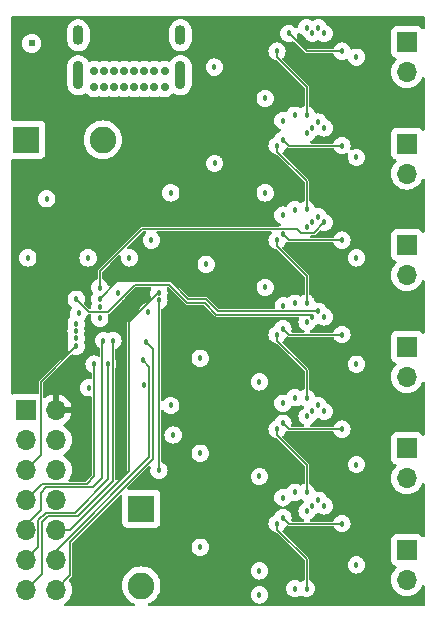
<source format=gbr>
%TF.GenerationSoftware,KiCad,Pcbnew,8.0.6*%
%TF.CreationDate,2024-11-27T12:31:08-05:00*%
%TF.ProjectId,CAN Board,43414e20-426f-4617-9264-2e6b69636164,rev?*%
%TF.SameCoordinates,Original*%
%TF.FileFunction,Copper,L3,Inr*%
%TF.FilePolarity,Positive*%
%FSLAX46Y46*%
G04 Gerber Fmt 4.6, Leading zero omitted, Abs format (unit mm)*
G04 Created by KiCad (PCBNEW 8.0.6) date 2024-11-27 12:31:08*
%MOMM*%
%LPD*%
G01*
G04 APERTURE LIST*
%TA.AperFunction,ComponentPad*%
%ADD10C,0.700000*%
%TD*%
%TA.AperFunction,ComponentPad*%
%ADD11O,0.900000X2.400000*%
%TD*%
%TA.AperFunction,ComponentPad*%
%ADD12O,0.900000X1.700000*%
%TD*%
%TA.AperFunction,ComponentPad*%
%ADD13R,1.700000X1.700000*%
%TD*%
%TA.AperFunction,ComponentPad*%
%ADD14O,1.700000X1.700000*%
%TD*%
%TA.AperFunction,ComponentPad*%
%ADD15R,2.250000X2.250000*%
%TD*%
%TA.AperFunction,ComponentPad*%
%ADD16C,2.250000*%
%TD*%
%TA.AperFunction,ViaPad*%
%ADD17C,0.457200*%
%TD*%
%TA.AperFunction,ViaPad*%
%ADD18C,0.610000*%
%TD*%
%TA.AperFunction,Conductor*%
%ADD19C,0.152400*%
%TD*%
G04 APERTURE END LIST*
D10*
%TO.N,GND*%
%TO.C,J3*%
X39975000Y-18025000D03*
%TO.N,+5V*%
X39125000Y-18025000D03*
%TO.N,unconnected-(J3-CC1-PadA5)*%
X38275000Y-18025000D03*
%TO.N,D+*%
X37425000Y-18025000D03*
%TO.N,D-*%
X36575000Y-18025000D03*
%TO.N,unconnected-(J3-SBU1-PadA8)*%
X35725000Y-18025000D03*
%TO.N,+5V*%
X34875000Y-18025000D03*
%TO.N,GND*%
X34025000Y-18025000D03*
X34025000Y-16675000D03*
%TO.N,+5V*%
X34875000Y-16675000D03*
%TO.N,unconnected-(J3-CC2-PadB5)*%
X35725000Y-16675000D03*
%TO.N,D+*%
X36575000Y-16675000D03*
%TO.N,D-*%
X37425000Y-16675000D03*
%TO.N,unconnected-(J3-SBU2-PadB8)*%
X38275000Y-16675000D03*
%TO.N,+5V*%
X39125000Y-16675000D03*
%TO.N,GND*%
X39975000Y-16675000D03*
D11*
X41325000Y-17045000D03*
D12*
X41325000Y-13665000D03*
D11*
X32675000Y-17045000D03*
D12*
X32675000Y-13665000D03*
%TD*%
D13*
%TO.N,+5V*%
%TO.C,J1*%
X28225000Y-45375000D03*
D14*
%TO.N,+3V3*%
X30765000Y-45375000D03*
%TO.N,GND*%
X28225000Y-47915000D03*
%TO.N,TX0*%
X30765000Y-47915000D03*
%TO.N,SPI1 TX*%
X28225000Y-50455000D03*
%TO.N,RX0*%
X30765000Y-50455000D03*
%TO.N,SPI1 RX*%
X28225000Y-52995000D03*
%TO.N,ADC 0*%
X30765000Y-52995000D03*
%TO.N,SPI1 CSn*%
X28225000Y-55535000D03*
%TO.N,ADC 1*%
X30765000Y-55535000D03*
%TO.N,SPI1 SCK*%
X28225000Y-58075000D03*
%TO.N,SWCLK*%
X30765000Y-58075000D03*
%TO.N,GPIO 15*%
X28225000Y-60615000D03*
%TO.N,SWD*%
X30765000Y-60615000D03*
%TD*%
D13*
%TO.N,CAN5H*%
%TO.C,J8*%
X60500000Y-48625000D03*
D14*
%TO.N,CAN5L*%
X60500000Y-51165000D03*
%TD*%
D15*
%TO.N,Net-(R5-Pad2)*%
%TO.C,SW2*%
X28250000Y-22500000D03*
D16*
%TO.N,GND*%
X34750000Y-22500000D03*
%TD*%
D13*
%TO.N,CAN4H*%
%TO.C,J7*%
X60500000Y-40025000D03*
D14*
%TO.N,CAN4L*%
X60500000Y-42565000D03*
%TD*%
D13*
%TO.N,CAN3H*%
%TO.C,J6*%
X60500000Y-31425000D03*
D14*
%TO.N,CAN3L*%
X60500000Y-33965000D03*
%TD*%
D13*
%TO.N,CAN6H*%
%TO.C,J9*%
X60500000Y-57225000D03*
D14*
%TO.N,CAN6L*%
X60500000Y-59765000D03*
%TD*%
D13*
%TO.N,CAN2H*%
%TO.C,J5*%
X60500000Y-22825000D03*
D14*
%TO.N,CAN2L*%
X60500000Y-25365000D03*
%TD*%
D13*
%TO.N,CAN1H*%
%TO.C,J4*%
X60500000Y-14225000D03*
D14*
%TO.N,CAN1L*%
X60500000Y-16765000D03*
%TD*%
D15*
%TO.N,RUN*%
%TO.C,SW1*%
X38000000Y-53750000D03*
D16*
%TO.N,GND*%
X38000000Y-60250000D03*
%TD*%
D17*
%TO.N,GND*%
X56225000Y-41500000D03*
X51000000Y-44347600D03*
X43500000Y-33045200D03*
X40500000Y-27000000D03*
X51000000Y-28424800D03*
X48000000Y-43000000D03*
X43000000Y-49045200D03*
X56225000Y-24000000D03*
X56225000Y-15500000D03*
X56225000Y-50000000D03*
X48500000Y-19000000D03*
X33542800Y-43500000D03*
X43000000Y-41000000D03*
X38554802Y-37054802D03*
X44197600Y-16347600D03*
X48500000Y-27000000D03*
X51000000Y-60500000D03*
X51000000Y-52347600D03*
X43000000Y-57000000D03*
X40500000Y-45000000D03*
X51000000Y-36347600D03*
X48000000Y-59000000D03*
X36000000Y-35500000D03*
X48500000Y-35000000D03*
X40704600Y-47500000D03*
X44210100Y-24500000D03*
X56225000Y-58500000D03*
X48000000Y-51000000D03*
X56225000Y-32500000D03*
X51000000Y-20424800D03*
X28400000Y-32500000D03*
%TO.N,+1V1*%
X38857200Y-31000000D03*
X37000000Y-32500000D03*
X38225000Y-43261282D03*
%TO.N,+3V3*%
X47500000Y-12500000D03*
X42818928Y-29043928D03*
X54425700Y-19425700D03*
X54425700Y-35425700D03*
X40500000Y-23500000D03*
X54425700Y-27425700D03*
X42870254Y-21095254D03*
X31000000Y-36000000D03*
X54425700Y-51425700D03*
X36943750Y-26443750D03*
X42326200Y-53173800D03*
X54425700Y-43425700D03*
D18*
X31000000Y-18500000D03*
D17*
X42475263Y-45043928D03*
X40500000Y-33500000D03*
X54425700Y-59425700D03*
%TO.N,+5V*%
X50000000Y-20882000D03*
D18*
X28725000Y-14342515D03*
D17*
X50000000Y-52804800D03*
X50000000Y-44804800D03*
X50029478Y-36542800D03*
X48000000Y-61033400D03*
X50000000Y-28882000D03*
%TO.N,SWCLK*%
X38114400Y-41185936D03*
%TO.N,SWD*%
X38400000Y-39608000D03*
%TO.N,/QSPI_SS*%
X30000000Y-27500000D03*
X33500000Y-32500000D03*
%TO.N,SPI0 RX*%
X52500000Y-13500000D03*
X52500000Y-53500000D03*
X52500000Y-45500000D03*
X52500000Y-29500000D03*
X32500000Y-36000000D03*
X52500000Y-21500000D03*
X52500000Y-37500000D03*
%TO.N,SPI0 6CS*%
X52033401Y-53926161D03*
X32500025Y-39304213D03*
%TO.N,SPI0 2CS*%
X32700000Y-37200000D03*
X52042799Y-21936625D03*
%TO.N,SPI0 SCK*%
X53500000Y-45500000D03*
X34480996Y-35011004D03*
X53500000Y-37500000D03*
X53500000Y-21500000D03*
X53500000Y-13500000D03*
X53500000Y-29500000D03*
X53500000Y-53500000D03*
%TO.N,SPI0 TX*%
X34492000Y-36000000D03*
X53000000Y-45000000D03*
X53000000Y-53000000D03*
X53000000Y-21000000D03*
X53000000Y-29000000D03*
X53000000Y-37000000D03*
X53000000Y-13000000D03*
%TO.N,SPI0 4CS*%
X52042800Y-37923891D03*
%TO.N,SPI0 1CS*%
X52000000Y-13000000D03*
X34492000Y-36650000D03*
%TO.N,SPI0 5CS*%
X32481512Y-38694891D03*
X52042799Y-45923891D03*
%TO.N,SPI0 3CS*%
X52042799Y-29923891D03*
X34492000Y-37600000D03*
%TO.N,Net-(U4-TXCAN)*%
X55000000Y-15000000D03*
X50500000Y-13500000D03*
%TO.N,Net-(U4-RXCAN)*%
X49500000Y-15000000D03*
X52000000Y-20390397D03*
%TO.N,Net-(U5-TXCAN)*%
X55000000Y-23000000D03*
X50000000Y-22500000D03*
%TO.N,Net-(U5-RXCAN)*%
X49500000Y-23000000D03*
X52000000Y-28390397D03*
%TO.N,Net-(U6-RXCAN)*%
X52000000Y-36347600D03*
X49500000Y-31000000D03*
%TO.N,Net-(U6-TXCAN)*%
X55000000Y-31000000D03*
X50000000Y-30500000D03*
%TO.N,Net-(U7-RXCAN)*%
X52000000Y-44347600D03*
X49500000Y-39000000D03*
%TO.N,ADC 1*%
X39500000Y-35500000D03*
%TO.N,Net-(U7-TXCAN)*%
X55000000Y-39000000D03*
X50000000Y-38500000D03*
%TO.N,SPI1 TX*%
X32500000Y-40000000D03*
%TO.N,Net-(U8-RXCAN)*%
X49500000Y-47000000D03*
X52000000Y-52347600D03*
%TO.N,Net-(U8-TXCAN)*%
X55000000Y-47000000D03*
X50000000Y-46500000D03*
%TO.N,Net-(U9-RXCAN)*%
X52000000Y-60500000D03*
X49500000Y-55000000D03*
%TO.N,Net-(U9-TXCAN)*%
X55000000Y-55000000D03*
X50000000Y-54500000D03*
%TO.N,SPI1 SCK*%
X35172039Y-41472039D03*
%TO.N,SPI1 RX*%
X34000000Y-41500000D03*
%TO.N,SPI1 CSn*%
X34800000Y-39500000D03*
%TO.N,ADC 0*%
X39500000Y-36109603D03*
X39500000Y-50500000D03*
%TO.N,GPIO 15*%
X35599999Y-39500000D03*
%TO.N,SPI0 4CS*%
X32500000Y-38066800D03*
%TO.N,+3V3*%
X42573290Y-37073290D03*
%TD*%
D19*
%TO.N,SWCLK*%
X38695200Y-49347600D02*
X30765000Y-57277800D01*
X38114400Y-41185936D02*
X38695200Y-41766736D01*
X30765000Y-57277800D02*
X30765000Y-58075000D01*
X38695200Y-41766736D02*
X38695200Y-49347600D01*
%TO.N,SWD*%
X38400000Y-39608000D02*
X39000000Y-40208000D01*
X32000000Y-56521400D02*
X32000000Y-59380000D01*
X39000000Y-49521400D02*
X32000000Y-56521400D01*
X39000000Y-40208000D02*
X39000000Y-49521400D01*
X32000000Y-59380000D02*
X30765000Y-60615000D01*
%TO.N,SPI0 SCK*%
X52618909Y-30381091D02*
X53500000Y-29500000D01*
X34480996Y-35011004D02*
X34480996Y-33647870D01*
X38086066Y-30042800D02*
X51161709Y-30042800D01*
X51500000Y-30381091D02*
X52618909Y-30381091D01*
X34480996Y-33647870D02*
X38086066Y-30042800D01*
X51161709Y-30042800D02*
X51500000Y-30381091D01*
%TO.N,SPI0 TX*%
X35992000Y-34500000D02*
X40500000Y-34500000D01*
X43500000Y-36000000D02*
X44500000Y-37000000D01*
X40500000Y-34500000D02*
X42000000Y-36000000D01*
X42000000Y-36000000D02*
X43500000Y-36000000D01*
X34492000Y-36000000D02*
X35992000Y-34500000D01*
X44500000Y-37000000D02*
X53000000Y-37000000D01*
%TO.N,Net-(U4-TXCAN)*%
X52000000Y-15000000D02*
X50500000Y-13500000D01*
X55000000Y-15000000D02*
X52000000Y-15000000D01*
%TO.N,Net-(U4-RXCAN)*%
X49500000Y-15000000D02*
X49500000Y-15500000D01*
X49500000Y-15500000D02*
X52000000Y-18000000D01*
X52000000Y-18000000D02*
X52000000Y-20390397D01*
%TO.N,Net-(U5-TXCAN)*%
X50000000Y-22500000D02*
X50500000Y-23000000D01*
X50500000Y-23000000D02*
X55000000Y-23000000D01*
%TO.N,Net-(U5-RXCAN)*%
X52000000Y-26000000D02*
X52000000Y-28390397D01*
X49500000Y-23500000D02*
X52000000Y-26000000D01*
X49500000Y-23000000D02*
X49500000Y-23500000D01*
%TO.N,Net-(U6-RXCAN)*%
X49500000Y-31000000D02*
X49500000Y-31500000D01*
X52000000Y-34000000D02*
X52000000Y-36347600D01*
X49500000Y-31500000D02*
X52000000Y-34000000D01*
%TO.N,Net-(U6-TXCAN)*%
X50500000Y-31000000D02*
X55000000Y-31000000D01*
X50000000Y-30500000D02*
X50500000Y-31000000D01*
%TO.N,Net-(U7-RXCAN)*%
X52000000Y-42000000D02*
X52000000Y-44347600D01*
X49500000Y-39500000D02*
X52000000Y-42000000D01*
X49500000Y-39000000D02*
X49500000Y-39500000D01*
%TO.N,ADC 1*%
X39463024Y-35500000D02*
X37000000Y-37963024D01*
X37000000Y-50542800D02*
X32007800Y-55535000D01*
X37000000Y-37963024D02*
X37000000Y-50542800D01*
X39500000Y-35500000D02*
X39463024Y-35500000D01*
X32007800Y-55535000D02*
X30765000Y-55535000D01*
%TO.N,Net-(U7-TXCAN)*%
X50000000Y-38500000D02*
X50500000Y-39000000D01*
X50500000Y-39000000D02*
X55000000Y-39000000D01*
%TO.N,SPI1 TX*%
X29500000Y-49180000D02*
X28225000Y-50455000D01*
X29500000Y-43000000D02*
X29500000Y-49180000D01*
X32500000Y-40000000D02*
X29500000Y-43000000D01*
%TO.N,Net-(U8-RXCAN)*%
X49500000Y-47500000D02*
X52000000Y-50000000D01*
X49500000Y-47000000D02*
X49500000Y-47500000D01*
X52000000Y-50000000D02*
X52000000Y-52347600D01*
%TO.N,Net-(U8-TXCAN)*%
X50000000Y-46500000D02*
X50500000Y-47000000D01*
X50500000Y-47000000D02*
X55000000Y-47000000D01*
%TO.N,Net-(U9-RXCAN)*%
X49500000Y-55000000D02*
X49500000Y-55500000D01*
X49500000Y-55500000D02*
X52000000Y-58000000D01*
X52000000Y-58000000D02*
X52000000Y-60500000D01*
%TO.N,Net-(U9-TXCAN)*%
X50500000Y-55000000D02*
X55000000Y-55000000D01*
X50000000Y-54500000D02*
X50500000Y-55000000D01*
%TO.N,SPI1 SCK*%
X32357452Y-54073600D02*
X29926400Y-54073600D01*
X29303600Y-56996400D02*
X28225000Y-58075000D01*
X35172039Y-51259013D02*
X32357452Y-54073600D01*
X29303600Y-54696400D02*
X29303600Y-56996400D01*
X35172039Y-41472039D02*
X35172039Y-51259013D01*
X29926400Y-54073600D02*
X29303600Y-54696400D01*
%TO.N,SPI1 RX*%
X29608400Y-51611600D02*
X28225000Y-52995000D01*
X33388400Y-51611600D02*
X29608400Y-51611600D01*
X34000000Y-51000000D02*
X33388400Y-51611600D01*
X34000000Y-41500000D02*
X34000000Y-51000000D01*
%TO.N,SPI1 CSn*%
X33916400Y-51916400D02*
X29950914Y-51916400D01*
X29950914Y-51916400D02*
X29500000Y-52367314D01*
X34714839Y-39585161D02*
X34714839Y-51117961D01*
X34800000Y-39500000D02*
X34714839Y-39585161D01*
X29500000Y-52367314D02*
X29500000Y-53880000D01*
X28225000Y-55155000D02*
X28225000Y-55535000D01*
X29500000Y-53880000D02*
X28225000Y-55155000D01*
X34714839Y-51117961D02*
X33916400Y-51916400D01*
%TO.N,ADC 0*%
X39500000Y-50500000D02*
X39500000Y-36109603D01*
%TO.N,GPIO 15*%
X35629239Y-51370761D02*
X32621600Y-54378400D01*
X35599999Y-39500000D02*
X35629239Y-39529240D01*
X35629239Y-39529240D02*
X35629239Y-51370761D01*
X32621600Y-54378400D02*
X30121600Y-54378400D01*
X30121600Y-54378400D02*
X29608400Y-54891600D01*
X29608400Y-54891600D02*
X29608400Y-59231600D01*
X29608400Y-59231600D02*
X28225000Y-60615000D01*
%TO.N,SPI0 RX*%
X44373748Y-37304800D02*
X52304800Y-37304800D01*
X43373748Y-36304800D02*
X44373748Y-37304800D01*
X40373748Y-34804800D02*
X41873748Y-36304800D01*
X35168148Y-37107200D02*
X37470548Y-34804800D01*
X32500000Y-36000000D02*
X33607200Y-37107200D01*
X37470548Y-34804800D02*
X40373748Y-34804800D01*
X33607200Y-37107200D02*
X35168148Y-37107200D01*
X41873748Y-36304800D02*
X43373748Y-36304800D01*
X52304800Y-37304800D02*
X52500000Y-37500000D01*
%TD*%
%TA.AperFunction,Conductor*%
%TO.N,+3V3*%
G36*
X61943039Y-12019685D02*
G01*
X61988794Y-12072489D01*
X62000000Y-12124000D01*
X62000000Y-13035565D01*
X61980315Y-13102604D01*
X61927511Y-13148359D01*
X61858353Y-13158303D01*
X61794797Y-13129278D01*
X61776734Y-13109876D01*
X61707547Y-13017455D01*
X61707544Y-13017452D01*
X61592335Y-12931206D01*
X61592328Y-12931202D01*
X61457482Y-12880908D01*
X61457483Y-12880908D01*
X61397883Y-12874501D01*
X61397881Y-12874500D01*
X61397873Y-12874500D01*
X61397864Y-12874500D01*
X59602129Y-12874500D01*
X59602123Y-12874501D01*
X59542516Y-12880908D01*
X59407671Y-12931202D01*
X59407664Y-12931206D01*
X59292455Y-13017452D01*
X59292452Y-13017455D01*
X59206206Y-13132664D01*
X59206202Y-13132671D01*
X59155908Y-13267517D01*
X59149501Y-13327116D01*
X59149500Y-13327135D01*
X59149500Y-15122870D01*
X59149501Y-15122876D01*
X59155908Y-15182483D01*
X59206202Y-15317328D01*
X59206206Y-15317335D01*
X59292452Y-15432544D01*
X59292455Y-15432547D01*
X59407664Y-15518793D01*
X59407671Y-15518797D01*
X59539081Y-15567810D01*
X59595015Y-15609681D01*
X59619432Y-15675145D01*
X59604580Y-15743418D01*
X59583430Y-15771673D01*
X59461503Y-15893600D01*
X59325965Y-16087169D01*
X59325964Y-16087171D01*
X59226098Y-16301335D01*
X59226094Y-16301344D01*
X59164938Y-16529586D01*
X59164936Y-16529596D01*
X59144341Y-16764999D01*
X59144341Y-16765000D01*
X59164936Y-17000403D01*
X59164938Y-17000413D01*
X59226094Y-17228655D01*
X59226096Y-17228659D01*
X59226097Y-17228663D01*
X59325965Y-17442830D01*
X59325967Y-17442834D01*
X59434281Y-17597521D01*
X59461505Y-17636401D01*
X59628599Y-17803495D01*
X59725384Y-17871265D01*
X59822165Y-17939032D01*
X59822167Y-17939033D01*
X59822170Y-17939035D01*
X60036337Y-18038903D01*
X60264592Y-18100063D01*
X60452918Y-18116539D01*
X60499999Y-18120659D01*
X60500000Y-18120659D01*
X60500001Y-18120659D01*
X60539234Y-18117226D01*
X60735408Y-18100063D01*
X60963663Y-18038903D01*
X61177830Y-17939035D01*
X61371401Y-17803495D01*
X61538495Y-17636401D01*
X61674035Y-17442830D01*
X61763619Y-17250716D01*
X61809790Y-17198279D01*
X61876984Y-17179127D01*
X61943865Y-17199343D01*
X61989199Y-17252508D01*
X62000000Y-17303123D01*
X62000000Y-21635565D01*
X61980315Y-21702604D01*
X61927511Y-21748359D01*
X61858353Y-21758303D01*
X61794797Y-21729278D01*
X61776734Y-21709876D01*
X61707547Y-21617455D01*
X61707544Y-21617452D01*
X61592335Y-21531206D01*
X61592328Y-21531202D01*
X61457482Y-21480908D01*
X61457483Y-21480908D01*
X61397883Y-21474501D01*
X61397881Y-21474500D01*
X61397873Y-21474500D01*
X61397864Y-21474500D01*
X59602129Y-21474500D01*
X59602123Y-21474501D01*
X59542516Y-21480908D01*
X59407671Y-21531202D01*
X59407664Y-21531206D01*
X59292455Y-21617452D01*
X59292452Y-21617455D01*
X59206206Y-21732664D01*
X59206202Y-21732671D01*
X59155908Y-21867517D01*
X59149501Y-21927116D01*
X59149500Y-21927135D01*
X59149500Y-23722870D01*
X59149501Y-23722876D01*
X59155908Y-23782483D01*
X59206202Y-23917328D01*
X59206206Y-23917335D01*
X59292452Y-24032544D01*
X59292455Y-24032547D01*
X59407664Y-24118793D01*
X59407671Y-24118797D01*
X59539081Y-24167810D01*
X59595015Y-24209681D01*
X59619432Y-24275145D01*
X59604580Y-24343418D01*
X59583430Y-24371673D01*
X59461503Y-24493600D01*
X59325965Y-24687169D01*
X59325964Y-24687171D01*
X59226098Y-24901335D01*
X59226094Y-24901344D01*
X59164938Y-25129586D01*
X59164936Y-25129596D01*
X59144341Y-25364999D01*
X59144341Y-25365000D01*
X59164936Y-25600403D01*
X59164938Y-25600413D01*
X59226094Y-25828655D01*
X59226096Y-25828659D01*
X59226097Y-25828663D01*
X59290531Y-25966841D01*
X59325965Y-26042830D01*
X59325967Y-26042834D01*
X59434281Y-26197521D01*
X59461505Y-26236401D01*
X59628599Y-26403495D01*
X59661254Y-26426360D01*
X59822165Y-26539032D01*
X59822167Y-26539033D01*
X59822170Y-26539035D01*
X60036337Y-26638903D01*
X60264592Y-26700063D01*
X60452918Y-26716539D01*
X60499999Y-26720659D01*
X60500000Y-26720659D01*
X60500001Y-26720659D01*
X60539234Y-26717226D01*
X60735408Y-26700063D01*
X60963663Y-26638903D01*
X61177830Y-26539035D01*
X61371401Y-26403495D01*
X61538495Y-26236401D01*
X61674035Y-26042830D01*
X61763619Y-25850716D01*
X61809790Y-25798279D01*
X61876984Y-25779127D01*
X61943865Y-25799343D01*
X61989199Y-25852508D01*
X62000000Y-25903123D01*
X62000000Y-30235565D01*
X61980315Y-30302604D01*
X61927511Y-30348359D01*
X61858353Y-30358303D01*
X61794797Y-30329278D01*
X61776734Y-30309876D01*
X61707547Y-30217455D01*
X61707544Y-30217452D01*
X61592335Y-30131206D01*
X61592328Y-30131202D01*
X61457482Y-30080908D01*
X61457483Y-30080908D01*
X61397883Y-30074501D01*
X61397881Y-30074500D01*
X61397873Y-30074500D01*
X61397864Y-30074500D01*
X59602129Y-30074500D01*
X59602123Y-30074501D01*
X59542516Y-30080908D01*
X59407671Y-30131202D01*
X59407664Y-30131206D01*
X59292455Y-30217452D01*
X59292452Y-30217455D01*
X59206206Y-30332664D01*
X59206202Y-30332671D01*
X59155908Y-30467517D01*
X59149501Y-30527116D01*
X59149500Y-30527135D01*
X59149500Y-32322870D01*
X59149501Y-32322876D01*
X59155908Y-32382483D01*
X59206202Y-32517328D01*
X59206206Y-32517335D01*
X59292452Y-32632544D01*
X59292455Y-32632547D01*
X59407664Y-32718793D01*
X59407671Y-32718797D01*
X59539081Y-32767810D01*
X59595015Y-32809681D01*
X59619432Y-32875145D01*
X59604580Y-32943418D01*
X59583430Y-32971673D01*
X59461503Y-33093600D01*
X59325965Y-33287169D01*
X59325964Y-33287171D01*
X59226098Y-33501335D01*
X59226094Y-33501344D01*
X59164938Y-33729586D01*
X59164936Y-33729596D01*
X59144341Y-33964999D01*
X59144341Y-33965000D01*
X59164936Y-34200403D01*
X59164938Y-34200413D01*
X59226094Y-34428655D01*
X59226096Y-34428659D01*
X59226097Y-34428663D01*
X59284328Y-34553540D01*
X59325965Y-34642830D01*
X59325967Y-34642834D01*
X59425292Y-34784683D01*
X59461505Y-34836401D01*
X59628599Y-35003495D01*
X59688473Y-35045419D01*
X59822165Y-35139032D01*
X59822167Y-35139033D01*
X59822170Y-35139035D01*
X60036337Y-35238903D01*
X60264592Y-35300063D01*
X60452918Y-35316539D01*
X60499999Y-35320659D01*
X60500000Y-35320659D01*
X60500001Y-35320659D01*
X60539234Y-35317226D01*
X60735408Y-35300063D01*
X60963663Y-35238903D01*
X61177830Y-35139035D01*
X61371401Y-35003495D01*
X61538495Y-34836401D01*
X61674035Y-34642830D01*
X61763619Y-34450716D01*
X61809790Y-34398279D01*
X61876984Y-34379127D01*
X61943865Y-34399343D01*
X61989199Y-34452508D01*
X62000000Y-34503123D01*
X62000000Y-38835565D01*
X61980315Y-38902604D01*
X61927511Y-38948359D01*
X61858353Y-38958303D01*
X61794797Y-38929278D01*
X61776734Y-38909876D01*
X61707547Y-38817455D01*
X61707544Y-38817452D01*
X61592335Y-38731206D01*
X61592328Y-38731202D01*
X61457482Y-38680908D01*
X61457483Y-38680908D01*
X61397883Y-38674501D01*
X61397881Y-38674500D01*
X61397873Y-38674500D01*
X61397864Y-38674500D01*
X59602129Y-38674500D01*
X59602123Y-38674501D01*
X59542516Y-38680908D01*
X59407671Y-38731202D01*
X59407664Y-38731206D01*
X59292455Y-38817452D01*
X59292452Y-38817455D01*
X59206206Y-38932664D01*
X59206202Y-38932671D01*
X59155908Y-39067517D01*
X59149501Y-39127116D01*
X59149500Y-39127135D01*
X59149500Y-40922870D01*
X59149501Y-40922876D01*
X59155908Y-40982483D01*
X59206202Y-41117328D01*
X59206206Y-41117335D01*
X59292452Y-41232544D01*
X59292455Y-41232547D01*
X59407664Y-41318793D01*
X59407671Y-41318797D01*
X59539081Y-41367810D01*
X59595015Y-41409681D01*
X59619432Y-41475145D01*
X59604580Y-41543418D01*
X59583430Y-41571673D01*
X59461503Y-41693600D01*
X59325965Y-41887169D01*
X59325964Y-41887171D01*
X59226098Y-42101335D01*
X59226094Y-42101344D01*
X59164938Y-42329586D01*
X59164936Y-42329596D01*
X59144341Y-42564999D01*
X59144341Y-42565000D01*
X59164936Y-42800403D01*
X59164938Y-42800413D01*
X59226094Y-43028655D01*
X59226096Y-43028659D01*
X59226097Y-43028663D01*
X59268880Y-43120411D01*
X59325965Y-43242830D01*
X59325967Y-43242834D01*
X59391717Y-43336734D01*
X59461505Y-43436401D01*
X59628599Y-43603495D01*
X59671428Y-43633484D01*
X59822165Y-43739032D01*
X59822167Y-43739033D01*
X59822170Y-43739035D01*
X60036337Y-43838903D01*
X60264592Y-43900063D01*
X60452918Y-43916539D01*
X60499999Y-43920659D01*
X60500000Y-43920659D01*
X60500001Y-43920659D01*
X60539234Y-43917226D01*
X60735408Y-43900063D01*
X60963663Y-43838903D01*
X61177830Y-43739035D01*
X61371401Y-43603495D01*
X61538495Y-43436401D01*
X61674035Y-43242830D01*
X61763619Y-43050716D01*
X61809790Y-42998279D01*
X61876984Y-42979127D01*
X61943865Y-42999343D01*
X61989199Y-43052508D01*
X62000000Y-43103123D01*
X62000000Y-47435565D01*
X61980315Y-47502604D01*
X61927511Y-47548359D01*
X61858353Y-47558303D01*
X61794797Y-47529278D01*
X61776734Y-47509876D01*
X61707547Y-47417455D01*
X61707544Y-47417452D01*
X61592335Y-47331206D01*
X61592328Y-47331202D01*
X61457482Y-47280908D01*
X61457483Y-47280908D01*
X61397883Y-47274501D01*
X61397881Y-47274500D01*
X61397873Y-47274500D01*
X61397864Y-47274500D01*
X59602129Y-47274500D01*
X59602123Y-47274501D01*
X59542516Y-47280908D01*
X59407671Y-47331202D01*
X59407664Y-47331206D01*
X59292455Y-47417452D01*
X59292452Y-47417455D01*
X59206206Y-47532664D01*
X59206202Y-47532671D01*
X59155908Y-47667517D01*
X59149501Y-47727116D01*
X59149500Y-47727135D01*
X59149500Y-49522870D01*
X59149501Y-49522876D01*
X59155908Y-49582483D01*
X59206202Y-49717328D01*
X59206206Y-49717335D01*
X59292452Y-49832544D01*
X59292455Y-49832547D01*
X59407664Y-49918793D01*
X59407671Y-49918797D01*
X59539081Y-49967810D01*
X59595015Y-50009681D01*
X59619432Y-50075145D01*
X59604580Y-50143418D01*
X59583430Y-50171673D01*
X59461503Y-50293600D01*
X59325965Y-50487169D01*
X59325964Y-50487171D01*
X59226098Y-50701335D01*
X59226094Y-50701344D01*
X59164938Y-50929586D01*
X59164936Y-50929596D01*
X59144341Y-51164999D01*
X59144341Y-51165000D01*
X59164936Y-51400403D01*
X59164938Y-51400413D01*
X59226094Y-51628655D01*
X59226096Y-51628659D01*
X59226097Y-51628663D01*
X59313686Y-51816497D01*
X59325965Y-51842830D01*
X59325967Y-51842834D01*
X59385762Y-51928229D01*
X59461505Y-52036401D01*
X59628599Y-52203495D01*
X59658950Y-52224747D01*
X59822165Y-52339032D01*
X59822167Y-52339033D01*
X59822170Y-52339035D01*
X60036337Y-52438903D01*
X60264592Y-52500063D01*
X60452918Y-52516539D01*
X60499999Y-52520659D01*
X60500000Y-52520659D01*
X60500001Y-52520659D01*
X60539234Y-52517226D01*
X60735408Y-52500063D01*
X60963663Y-52438903D01*
X61177830Y-52339035D01*
X61371401Y-52203495D01*
X61538495Y-52036401D01*
X61674035Y-51842830D01*
X61763619Y-51650716D01*
X61809790Y-51598279D01*
X61876984Y-51579127D01*
X61943865Y-51599343D01*
X61989199Y-51652508D01*
X62000000Y-51703123D01*
X62000000Y-56035565D01*
X61980315Y-56102604D01*
X61927511Y-56148359D01*
X61858353Y-56158303D01*
X61794797Y-56129278D01*
X61776734Y-56109876D01*
X61707547Y-56017455D01*
X61707544Y-56017452D01*
X61592335Y-55931206D01*
X61592328Y-55931202D01*
X61457482Y-55880908D01*
X61457483Y-55880908D01*
X61397883Y-55874501D01*
X61397881Y-55874500D01*
X61397873Y-55874500D01*
X61397864Y-55874500D01*
X59602129Y-55874500D01*
X59602123Y-55874501D01*
X59542516Y-55880908D01*
X59407671Y-55931202D01*
X59407664Y-55931206D01*
X59292455Y-56017452D01*
X59292452Y-56017455D01*
X59206206Y-56132664D01*
X59206202Y-56132671D01*
X59155908Y-56267517D01*
X59149501Y-56327116D01*
X59149500Y-56327135D01*
X59149500Y-58122870D01*
X59149501Y-58122876D01*
X59155908Y-58182483D01*
X59206202Y-58317328D01*
X59206206Y-58317335D01*
X59292452Y-58432544D01*
X59292455Y-58432547D01*
X59407664Y-58518793D01*
X59407671Y-58518797D01*
X59539081Y-58567810D01*
X59595015Y-58609681D01*
X59619432Y-58675145D01*
X59604580Y-58743418D01*
X59583430Y-58771673D01*
X59461503Y-58893600D01*
X59325965Y-59087169D01*
X59325964Y-59087171D01*
X59226098Y-59301335D01*
X59226094Y-59301344D01*
X59164938Y-59529586D01*
X59164936Y-59529596D01*
X59144341Y-59764999D01*
X59144341Y-59765000D01*
X59164936Y-60000403D01*
X59164938Y-60000413D01*
X59226094Y-60228655D01*
X59226096Y-60228659D01*
X59226097Y-60228663D01*
X59325965Y-60442830D01*
X59325967Y-60442834D01*
X59419167Y-60575936D01*
X59461505Y-60636401D01*
X59628599Y-60803495D01*
X59649810Y-60818347D01*
X59822165Y-60939032D01*
X59822167Y-60939033D01*
X59822170Y-60939035D01*
X60036337Y-61038903D01*
X60264592Y-61100063D01*
X60452918Y-61116539D01*
X60499999Y-61120659D01*
X60500000Y-61120659D01*
X60500001Y-61120659D01*
X60539234Y-61117226D01*
X60735408Y-61100063D01*
X60963663Y-61038903D01*
X61177830Y-60939035D01*
X61371401Y-60803495D01*
X61538495Y-60636401D01*
X61674035Y-60442830D01*
X61763619Y-60250716D01*
X61809790Y-60198279D01*
X61876984Y-60179127D01*
X61943865Y-60199343D01*
X61989199Y-60252508D01*
X62000000Y-60303123D01*
X62000000Y-61876000D01*
X61980315Y-61943039D01*
X61927511Y-61988794D01*
X61876000Y-62000000D01*
X48141097Y-62000000D01*
X48074058Y-61980315D01*
X48028303Y-61927511D01*
X48018359Y-61858353D01*
X48047384Y-61794797D01*
X48106162Y-61757023D01*
X48127213Y-61752780D01*
X48163262Y-61748718D01*
X48163263Y-61748717D01*
X48163267Y-61748717D01*
X48318346Y-61694453D01*
X48457463Y-61607040D01*
X48573640Y-61490863D01*
X48661053Y-61351746D01*
X48715317Y-61196667D01*
X48733093Y-61038903D01*
X48733713Y-61033403D01*
X48733713Y-61033396D01*
X48715318Y-60870138D01*
X48715317Y-60870134D01*
X48708416Y-60850413D01*
X48661053Y-60715054D01*
X48573640Y-60575937D01*
X48457463Y-60459760D01*
X48318347Y-60372347D01*
X48163265Y-60318082D01*
X48163261Y-60318081D01*
X48000004Y-60299687D01*
X47999996Y-60299687D01*
X47836738Y-60318081D01*
X47836734Y-60318082D01*
X47681652Y-60372347D01*
X47542536Y-60459760D01*
X47426360Y-60575936D01*
X47338947Y-60715052D01*
X47284682Y-60870134D01*
X47284681Y-60870138D01*
X47266287Y-61033396D01*
X47266287Y-61033403D01*
X47284681Y-61196661D01*
X47284682Y-61196665D01*
X47338947Y-61351747D01*
X47371124Y-61402956D01*
X47426360Y-61490863D01*
X47542537Y-61607040D01*
X47681654Y-61694453D01*
X47836733Y-61748717D01*
X47836734Y-61748717D01*
X47836737Y-61748718D01*
X47872787Y-61752780D01*
X47937201Y-61779847D01*
X47976756Y-61837441D01*
X47978893Y-61907278D01*
X47942935Y-61967185D01*
X47880297Y-61998140D01*
X47858903Y-62000000D01*
X38646150Y-62000000D01*
X38579111Y-61980315D01*
X38533356Y-61927511D01*
X38523412Y-61858353D01*
X38552437Y-61794797D01*
X38598698Y-61761439D01*
X38740239Y-61702811D01*
X38740240Y-61702810D01*
X38740243Y-61702809D01*
X38958399Y-61569123D01*
X39152956Y-61402956D01*
X39319123Y-61208399D01*
X39452809Y-60990243D01*
X39474021Y-60939034D01*
X39510728Y-60850413D01*
X39550722Y-60753860D01*
X39610452Y-60505070D01*
X39630526Y-60250000D01*
X39610452Y-59994930D01*
X39550722Y-59746140D01*
X39550720Y-59746135D01*
X39452811Y-59509760D01*
X39452809Y-59509757D01*
X39393614Y-59413159D01*
X39319123Y-59291601D01*
X39319122Y-59291600D01*
X39319121Y-59291598D01*
X39239557Y-59198441D01*
X39152956Y-59097044D01*
X39039327Y-58999996D01*
X47266287Y-58999996D01*
X47266287Y-59000003D01*
X47284681Y-59163261D01*
X47284682Y-59163265D01*
X47338947Y-59318347D01*
X47398522Y-59413159D01*
X47426360Y-59457463D01*
X47542537Y-59573640D01*
X47681654Y-59661053D01*
X47836733Y-59715317D01*
X47836734Y-59715317D01*
X47836738Y-59715318D01*
X47999996Y-59733713D01*
X48000000Y-59733713D01*
X48000004Y-59733713D01*
X48163261Y-59715318D01*
X48163263Y-59715317D01*
X48163267Y-59715317D01*
X48318346Y-59661053D01*
X48457463Y-59573640D01*
X48573640Y-59457463D01*
X48661053Y-59318346D01*
X48715317Y-59163267D01*
X48715398Y-59162550D01*
X48733713Y-59000003D01*
X48733713Y-58999996D01*
X48715318Y-58836738D01*
X48715317Y-58836734D01*
X48708883Y-58818347D01*
X48661053Y-58681654D01*
X48649498Y-58663265D01*
X48573639Y-58542536D01*
X48457463Y-58426360D01*
X48318347Y-58338947D01*
X48163265Y-58284682D01*
X48163261Y-58284681D01*
X48000004Y-58266287D01*
X47999996Y-58266287D01*
X47836738Y-58284681D01*
X47836734Y-58284682D01*
X47681652Y-58338947D01*
X47542536Y-58426360D01*
X47426360Y-58542536D01*
X47338947Y-58681652D01*
X47284682Y-58836734D01*
X47284681Y-58836738D01*
X47266287Y-58999996D01*
X39039327Y-58999996D01*
X39031426Y-58993248D01*
X38958401Y-58930878D01*
X38958396Y-58930875D01*
X38740242Y-58797190D01*
X38740239Y-58797188D01*
X38503864Y-58699279D01*
X38503860Y-58699278D01*
X38255070Y-58639548D01*
X38255067Y-58639547D01*
X38255064Y-58639547D01*
X38000000Y-58619474D01*
X37744935Y-58639547D01*
X37744931Y-58639547D01*
X37744930Y-58639548D01*
X37654186Y-58661334D01*
X37496135Y-58699279D01*
X37259760Y-58797188D01*
X37259757Y-58797190D01*
X37041603Y-58930875D01*
X37041598Y-58930878D01*
X36847044Y-59097044D01*
X36680878Y-59291598D01*
X36680875Y-59291603D01*
X36547190Y-59509757D01*
X36547188Y-59509760D01*
X36449279Y-59746135D01*
X36439736Y-59785884D01*
X36403415Y-59937173D01*
X36389547Y-59994935D01*
X36369474Y-60250000D01*
X36389547Y-60505064D01*
X36389547Y-60505067D01*
X36389548Y-60505070D01*
X36427527Y-60663261D01*
X36449279Y-60753864D01*
X36547188Y-60990239D01*
X36547190Y-60990242D01*
X36680875Y-61208396D01*
X36680878Y-61208401D01*
X36686786Y-61215318D01*
X36847044Y-61402956D01*
X36933177Y-61476520D01*
X37041598Y-61569121D01*
X37041600Y-61569122D01*
X37041601Y-61569123D01*
X37103476Y-61607040D01*
X37259757Y-61702809D01*
X37259760Y-61702811D01*
X37401302Y-61761439D01*
X37455706Y-61805280D01*
X37477771Y-61871574D01*
X37460492Y-61939273D01*
X37409355Y-61986884D01*
X37353850Y-62000000D01*
X31534819Y-62000000D01*
X31467780Y-61980315D01*
X31422025Y-61927511D01*
X31412081Y-61858353D01*
X31441106Y-61794797D01*
X31463695Y-61774425D01*
X31636401Y-61653495D01*
X31803495Y-61486401D01*
X31939035Y-61292830D01*
X32038903Y-61078663D01*
X32100063Y-60850408D01*
X32120659Y-60615000D01*
X32100063Y-60379592D01*
X32038903Y-60151337D01*
X31939035Y-59937171D01*
X31891447Y-59869209D01*
X31869121Y-59803005D01*
X31886131Y-59735237D01*
X31905334Y-59710414D01*
X32141322Y-59474428D01*
X32166701Y-59413159D01*
X32166701Y-59346841D01*
X32166701Y-59336852D01*
X32166700Y-59336838D01*
X32166700Y-56999996D01*
X42266287Y-56999996D01*
X42266287Y-57000003D01*
X42284681Y-57163261D01*
X42284682Y-57163265D01*
X42338947Y-57318347D01*
X42388476Y-57397171D01*
X42426360Y-57457463D01*
X42542537Y-57573640D01*
X42681654Y-57661053D01*
X42836733Y-57715317D01*
X42836734Y-57715317D01*
X42836738Y-57715318D01*
X42999996Y-57733713D01*
X43000000Y-57733713D01*
X43000004Y-57733713D01*
X43163261Y-57715318D01*
X43163263Y-57715317D01*
X43163267Y-57715317D01*
X43318346Y-57661053D01*
X43457463Y-57573640D01*
X43573640Y-57457463D01*
X43661053Y-57318346D01*
X43715317Y-57163267D01*
X43733713Y-57000000D01*
X43725527Y-56927350D01*
X43715318Y-56836738D01*
X43715317Y-56836734D01*
X43661052Y-56681652D01*
X43573639Y-56542536D01*
X43457463Y-56426360D01*
X43318347Y-56338947D01*
X43163265Y-56284682D01*
X43163261Y-56284681D01*
X43000004Y-56266287D01*
X42999996Y-56266287D01*
X42836738Y-56284681D01*
X42836734Y-56284682D01*
X42681652Y-56338947D01*
X42542536Y-56426360D01*
X42426360Y-56542536D01*
X42338947Y-56681652D01*
X42284682Y-56836734D01*
X42284681Y-56836738D01*
X42266287Y-56999996D01*
X32166700Y-56999996D01*
X32166700Y-56641812D01*
X32186385Y-56574773D01*
X32203019Y-56554131D01*
X34174973Y-54582177D01*
X36162821Y-52594328D01*
X36224142Y-52560845D01*
X36293834Y-52565829D01*
X36349767Y-52607701D01*
X36374184Y-52673165D01*
X36374500Y-52682011D01*
X36374500Y-54922870D01*
X36374501Y-54922876D01*
X36380908Y-54982483D01*
X36431202Y-55117328D01*
X36431206Y-55117335D01*
X36517452Y-55232544D01*
X36517455Y-55232547D01*
X36632664Y-55318793D01*
X36632671Y-55318797D01*
X36767517Y-55369091D01*
X36767516Y-55369091D01*
X36774444Y-55369835D01*
X36827127Y-55375500D01*
X39172872Y-55375499D01*
X39232483Y-55369091D01*
X39367331Y-55318796D01*
X39482546Y-55232546D01*
X39568796Y-55117331D01*
X39619091Y-54982483D01*
X39625500Y-54922873D01*
X39625499Y-52577128D01*
X39619091Y-52517517D01*
X39612580Y-52500061D01*
X39568797Y-52382671D01*
X39568793Y-52382664D01*
X39482547Y-52267455D01*
X39482544Y-52267452D01*
X39367335Y-52181206D01*
X39367328Y-52181202D01*
X39232482Y-52130908D01*
X39232483Y-52130908D01*
X39172883Y-52124501D01*
X39172881Y-52124500D01*
X39172873Y-52124500D01*
X39172865Y-52124500D01*
X36932011Y-52124500D01*
X36864972Y-52104815D01*
X36819217Y-52052011D01*
X36809273Y-51982853D01*
X36838298Y-51919297D01*
X36844316Y-51912833D01*
X38596598Y-50160551D01*
X38657919Y-50127068D01*
X38727611Y-50132052D01*
X38783544Y-50173924D01*
X38807961Y-50239388D01*
X38801319Y-50289187D01*
X38784683Y-50336730D01*
X38784681Y-50336738D01*
X38766287Y-50499996D01*
X38766287Y-50500003D01*
X38784681Y-50663261D01*
X38784682Y-50663265D01*
X38838947Y-50818347D01*
X38850503Y-50836738D01*
X38926360Y-50957463D01*
X39042537Y-51073640D01*
X39075621Y-51094428D01*
X39165845Y-51151120D01*
X39181654Y-51161053D01*
X39336733Y-51215317D01*
X39336734Y-51215317D01*
X39336738Y-51215318D01*
X39499996Y-51233713D01*
X39500000Y-51233713D01*
X39500004Y-51233713D01*
X39663261Y-51215318D01*
X39663263Y-51215317D01*
X39663267Y-51215317D01*
X39818346Y-51161053D01*
X39957463Y-51073640D01*
X40031107Y-50999996D01*
X47266287Y-50999996D01*
X47266287Y-51000003D01*
X47284681Y-51163261D01*
X47284682Y-51163265D01*
X47338947Y-51318347D01*
X47395645Y-51408581D01*
X47426360Y-51457463D01*
X47542537Y-51573640D01*
X47606590Y-51613887D01*
X47668054Y-51652508D01*
X47681654Y-51661053D01*
X47836733Y-51715317D01*
X47836734Y-51715317D01*
X47836738Y-51715318D01*
X47999996Y-51733713D01*
X48000000Y-51733713D01*
X48000004Y-51733713D01*
X48163261Y-51715318D01*
X48163263Y-51715317D01*
X48163267Y-51715317D01*
X48318346Y-51661053D01*
X48457463Y-51573640D01*
X48573640Y-51457463D01*
X48661053Y-51318346D01*
X48715317Y-51163267D01*
X48715318Y-51163261D01*
X48733713Y-51000003D01*
X48733713Y-50999996D01*
X48715318Y-50836738D01*
X48715317Y-50836734D01*
X48708883Y-50818347D01*
X48661053Y-50681654D01*
X48649498Y-50663265D01*
X48593183Y-50573640D01*
X48573640Y-50542537D01*
X48457463Y-50426360D01*
X48439856Y-50415297D01*
X48318347Y-50338947D01*
X48163265Y-50284682D01*
X48163261Y-50284681D01*
X48000004Y-50266287D01*
X47999996Y-50266287D01*
X47836738Y-50284681D01*
X47836734Y-50284682D01*
X47681652Y-50338947D01*
X47542536Y-50426360D01*
X47426360Y-50542536D01*
X47338947Y-50681652D01*
X47284682Y-50836734D01*
X47284681Y-50836738D01*
X47266287Y-50999996D01*
X40031107Y-50999996D01*
X40073640Y-50957463D01*
X40161053Y-50818346D01*
X40215317Y-50663267D01*
X40215318Y-50663261D01*
X40233713Y-50500003D01*
X40233713Y-50499996D01*
X40215318Y-50336738D01*
X40215317Y-50336734D01*
X40208883Y-50318347D01*
X40161053Y-50181654D01*
X40149498Y-50163265D01*
X40073639Y-50042536D01*
X39957463Y-49926360D01*
X39818345Y-49838946D01*
X39749744Y-49814941D01*
X39692969Y-49774219D01*
X39667222Y-49709266D01*
X39666700Y-49697900D01*
X39666700Y-49045196D01*
X42266287Y-49045196D01*
X42266287Y-49045203D01*
X42284681Y-49208461D01*
X42284682Y-49208465D01*
X42338947Y-49363547D01*
X42390285Y-49445250D01*
X42426360Y-49502663D01*
X42542537Y-49618840D01*
X42681654Y-49706253D01*
X42836733Y-49760517D01*
X42836734Y-49760517D01*
X42836738Y-49760518D01*
X42999996Y-49778913D01*
X43000000Y-49778913D01*
X43000004Y-49778913D01*
X43163261Y-49760518D01*
X43163263Y-49760517D01*
X43163267Y-49760517D01*
X43318346Y-49706253D01*
X43457463Y-49618840D01*
X43573640Y-49502663D01*
X43661053Y-49363546D01*
X43715317Y-49208467D01*
X43717961Y-49185000D01*
X43733713Y-49045203D01*
X43733713Y-49045196D01*
X43715318Y-48881938D01*
X43715317Y-48881934D01*
X43690698Y-48811577D01*
X43661053Y-48726854D01*
X43573640Y-48587737D01*
X43457463Y-48471560D01*
X43318347Y-48384147D01*
X43163265Y-48329882D01*
X43163261Y-48329881D01*
X43000004Y-48311487D01*
X42999996Y-48311487D01*
X42836738Y-48329881D01*
X42836734Y-48329882D01*
X42681652Y-48384147D01*
X42542536Y-48471560D01*
X42426360Y-48587736D01*
X42338947Y-48726852D01*
X42284682Y-48881934D01*
X42284681Y-48881938D01*
X42266287Y-49045196D01*
X39666700Y-49045196D01*
X39666700Y-47499996D01*
X39970887Y-47499996D01*
X39970887Y-47500003D01*
X39989281Y-47663261D01*
X39989282Y-47663265D01*
X40043547Y-47818347D01*
X40104278Y-47914999D01*
X40130960Y-47957463D01*
X40247137Y-48073640D01*
X40329421Y-48125343D01*
X40369320Y-48150413D01*
X40386254Y-48161053D01*
X40541333Y-48215317D01*
X40541334Y-48215317D01*
X40541338Y-48215318D01*
X40704596Y-48233713D01*
X40704600Y-48233713D01*
X40704604Y-48233713D01*
X40867861Y-48215318D01*
X40867863Y-48215317D01*
X40867867Y-48215317D01*
X41022946Y-48161053D01*
X41162063Y-48073640D01*
X41278240Y-47957463D01*
X41365653Y-47818346D01*
X41419917Y-47663267D01*
X41419918Y-47663261D01*
X41438313Y-47500003D01*
X41438313Y-47499996D01*
X41419918Y-47336738D01*
X41419917Y-47336734D01*
X41417981Y-47331202D01*
X41365653Y-47181654D01*
X41356257Y-47166701D01*
X41278239Y-47042536D01*
X41162063Y-46926360D01*
X41022947Y-46838947D01*
X40867865Y-46784682D01*
X40867861Y-46784681D01*
X40704604Y-46766287D01*
X40704596Y-46766287D01*
X40541338Y-46784681D01*
X40541334Y-46784682D01*
X40386252Y-46838947D01*
X40247136Y-46926360D01*
X40130960Y-47042536D01*
X40043547Y-47181652D01*
X39989282Y-47336734D01*
X39989281Y-47336738D01*
X39970887Y-47499996D01*
X39666700Y-47499996D01*
X39666700Y-45474630D01*
X39686385Y-45407591D01*
X39739189Y-45361836D01*
X39808347Y-45351892D01*
X39871903Y-45380917D01*
X39895693Y-45408657D01*
X39926360Y-45457463D01*
X40042537Y-45573640D01*
X40181654Y-45661053D01*
X40336733Y-45715317D01*
X40336734Y-45715317D01*
X40336738Y-45715318D01*
X40499996Y-45733713D01*
X40500000Y-45733713D01*
X40500004Y-45733713D01*
X40663261Y-45715318D01*
X40663263Y-45715317D01*
X40663267Y-45715317D01*
X40818346Y-45661053D01*
X40957463Y-45573640D01*
X41073640Y-45457463D01*
X41161053Y-45318346D01*
X41215317Y-45163267D01*
X41215318Y-45163261D01*
X41233713Y-45000003D01*
X41233713Y-44999996D01*
X41215318Y-44836738D01*
X41215317Y-44836734D01*
X41201824Y-44798174D01*
X41161053Y-44681654D01*
X41135846Y-44641538D01*
X41073639Y-44542536D01*
X40957463Y-44426360D01*
X40818347Y-44338947D01*
X40663265Y-44284682D01*
X40663261Y-44284681D01*
X40500004Y-44266287D01*
X40499996Y-44266287D01*
X40336738Y-44284681D01*
X40336734Y-44284682D01*
X40181652Y-44338947D01*
X40042536Y-44426360D01*
X39926360Y-44542536D01*
X39926358Y-44542539D01*
X39895693Y-44591342D01*
X39843358Y-44637633D01*
X39774305Y-44648280D01*
X39710456Y-44619905D01*
X39672085Y-44561514D01*
X39666700Y-44525369D01*
X39666700Y-42999996D01*
X47266287Y-42999996D01*
X47266287Y-43000003D01*
X47284681Y-43163261D01*
X47284682Y-43163265D01*
X47338947Y-43318347D01*
X47405679Y-43424549D01*
X47426360Y-43457463D01*
X47542537Y-43573640D01*
X47681654Y-43661053D01*
X47836733Y-43715317D01*
X47836734Y-43715317D01*
X47836738Y-43715318D01*
X47999996Y-43733713D01*
X48000000Y-43733713D01*
X48000004Y-43733713D01*
X48163261Y-43715318D01*
X48163263Y-43715317D01*
X48163267Y-43715317D01*
X48318346Y-43661053D01*
X48457463Y-43573640D01*
X48573640Y-43457463D01*
X48661053Y-43318346D01*
X48715317Y-43163267D01*
X48722669Y-43098016D01*
X48733713Y-43000003D01*
X48733713Y-42999996D01*
X48715318Y-42836738D01*
X48715317Y-42836734D01*
X48703799Y-42803818D01*
X48661053Y-42681654D01*
X48573640Y-42542537D01*
X48457463Y-42426360D01*
X48452130Y-42423009D01*
X48318347Y-42338947D01*
X48163265Y-42284682D01*
X48163261Y-42284681D01*
X48000004Y-42266287D01*
X47999996Y-42266287D01*
X47836738Y-42284681D01*
X47836734Y-42284682D01*
X47681652Y-42338947D01*
X47542536Y-42426360D01*
X47426360Y-42542536D01*
X47338947Y-42681652D01*
X47284682Y-42836734D01*
X47284681Y-42836738D01*
X47266287Y-42999996D01*
X39666700Y-42999996D01*
X39666700Y-40999996D01*
X42266287Y-40999996D01*
X42266287Y-41000003D01*
X42284681Y-41163261D01*
X42284682Y-41163265D01*
X42338947Y-41318347D01*
X42399618Y-41414903D01*
X42426360Y-41457463D01*
X42542537Y-41573640D01*
X42681654Y-41661053D01*
X42836733Y-41715317D01*
X42836734Y-41715317D01*
X42836738Y-41715318D01*
X42999996Y-41733713D01*
X43000000Y-41733713D01*
X43000004Y-41733713D01*
X43163261Y-41715318D01*
X43163263Y-41715317D01*
X43163267Y-41715317D01*
X43318346Y-41661053D01*
X43457463Y-41573640D01*
X43573640Y-41457463D01*
X43661053Y-41318346D01*
X43715317Y-41163267D01*
X43717925Y-41140123D01*
X43733713Y-41000003D01*
X43733713Y-40999996D01*
X43715318Y-40836738D01*
X43715317Y-40836734D01*
X43697103Y-40784682D01*
X43661053Y-40681654D01*
X43573640Y-40542537D01*
X43457463Y-40426360D01*
X43405668Y-40393815D01*
X43318347Y-40338947D01*
X43163265Y-40284682D01*
X43163261Y-40284681D01*
X43000004Y-40266287D01*
X42999996Y-40266287D01*
X42836738Y-40284681D01*
X42836734Y-40284682D01*
X42681652Y-40338947D01*
X42542536Y-40426360D01*
X42426360Y-40542536D01*
X42338947Y-40681652D01*
X42284682Y-40836734D01*
X42284681Y-40836738D01*
X42266287Y-40999996D01*
X39666700Y-40999996D01*
X39666700Y-36911701D01*
X39686385Y-36844662D01*
X39739189Y-36798907D01*
X39749741Y-36794661D01*
X39818346Y-36770656D01*
X39957463Y-36683243D01*
X40073640Y-36567066D01*
X40161053Y-36427949D01*
X40215317Y-36272870D01*
X40216059Y-36266287D01*
X40233713Y-36109606D01*
X40233713Y-36109599D01*
X40215317Y-35946336D01*
X40215317Y-35946333D01*
X40180123Y-35845756D01*
X40176561Y-35775977D01*
X40180117Y-35763860D01*
X40215317Y-35663267D01*
X40215399Y-35662541D01*
X40233713Y-35500003D01*
X40233713Y-35499996D01*
X40215318Y-35336738D01*
X40215317Y-35336734D01*
X40212733Y-35329350D01*
X40161053Y-35181654D01*
X40161052Y-35181652D01*
X40161052Y-35181651D01*
X40148423Y-35161553D01*
X40129422Y-35094317D01*
X40149789Y-35027481D01*
X40203057Y-34982267D01*
X40272313Y-34973028D01*
X40335569Y-35002699D01*
X40341097Y-35007899D01*
X41725355Y-36392156D01*
X41725358Y-36392160D01*
X41732426Y-36399228D01*
X41779320Y-36446122D01*
X41840589Y-36471500D01*
X43253336Y-36471500D01*
X43320375Y-36491185D01*
X43341017Y-36507819D01*
X44225355Y-37392156D01*
X44225358Y-37392160D01*
X44225359Y-37392160D01*
X44232425Y-37399226D01*
X44232426Y-37399228D01*
X44279320Y-37446122D01*
X44285603Y-37448724D01*
X44285605Y-37448726D01*
X44319989Y-37462968D01*
X44340589Y-37471501D01*
X44340592Y-37471501D01*
X44421341Y-37471501D01*
X44421349Y-37471500D01*
X51253890Y-37471500D01*
X51320929Y-37491185D01*
X51366684Y-37543989D01*
X51376628Y-37613147D01*
X51370933Y-37636447D01*
X51346388Y-37706594D01*
X51327481Y-37760628D01*
X51327481Y-37760629D01*
X51309087Y-37923887D01*
X51309087Y-37923894D01*
X51327481Y-38087152D01*
X51327482Y-38087156D01*
X51381747Y-38242238D01*
X51456196Y-38360722D01*
X51469160Y-38381354D01*
X51585337Y-38497531D01*
X51637040Y-38530018D01*
X51724453Y-38584944D01*
X51724457Y-38584945D01*
X51745357Y-38592259D01*
X51802133Y-38632980D01*
X51827880Y-38697933D01*
X51814424Y-38766495D01*
X51766036Y-38816897D01*
X51704402Y-38833300D01*
X50830582Y-38833300D01*
X50763543Y-38813615D01*
X50717788Y-38760811D01*
X50707844Y-38691653D01*
X50713540Y-38668347D01*
X50715316Y-38663269D01*
X50715317Y-38663267D01*
X50724142Y-38584944D01*
X50733713Y-38500003D01*
X50733713Y-38499996D01*
X50715318Y-38336738D01*
X50715317Y-38336734D01*
X50708725Y-38317896D01*
X50661053Y-38181654D01*
X50656017Y-38173640D01*
X50625343Y-38124821D01*
X50573640Y-38042537D01*
X50457463Y-37926360D01*
X50421134Y-37903533D01*
X50318347Y-37838947D01*
X50163265Y-37784682D01*
X50163261Y-37784681D01*
X50000004Y-37766287D01*
X49999996Y-37766287D01*
X49836738Y-37784681D01*
X49836734Y-37784682D01*
X49681652Y-37838947D01*
X49542536Y-37926360D01*
X49426360Y-38042536D01*
X49338948Y-38181651D01*
X49317896Y-38241812D01*
X49277173Y-38298587D01*
X49241812Y-38317896D01*
X49181651Y-38338948D01*
X49042536Y-38426360D01*
X48926360Y-38542536D01*
X48838947Y-38681652D01*
X48784682Y-38836734D01*
X48784681Y-38836738D01*
X48766287Y-38999996D01*
X48766287Y-39000003D01*
X48784681Y-39163261D01*
X48784682Y-39163265D01*
X48838947Y-39318347D01*
X48850503Y-39336738D01*
X48926360Y-39457463D01*
X49042537Y-39573640D01*
X49102180Y-39611116D01*
X49167446Y-39652126D01*
X49181654Y-39661053D01*
X49336733Y-39715317D01*
X49418654Y-39724547D01*
X49454587Y-39728596D01*
X49519001Y-39755662D01*
X49528385Y-39764135D01*
X51796981Y-42032731D01*
X51830466Y-42094054D01*
X51833300Y-42120412D01*
X51833300Y-43545500D01*
X51813615Y-43612539D01*
X51760811Y-43658294D01*
X51750256Y-43662541D01*
X51681655Y-43686546D01*
X51681653Y-43686547D01*
X51565972Y-43759234D01*
X51498735Y-43778234D01*
X51434028Y-43759234D01*
X51318346Y-43686547D01*
X51318347Y-43686547D01*
X51163265Y-43632282D01*
X51163261Y-43632281D01*
X51000004Y-43613887D01*
X50999996Y-43613887D01*
X50836738Y-43632281D01*
X50836734Y-43632282D01*
X50681652Y-43686547D01*
X50542536Y-43773960D01*
X50426360Y-43890136D01*
X50338943Y-44029259D01*
X50336863Y-44033578D01*
X50290034Y-44085432D01*
X50222605Y-44103737D01*
X50184197Y-44096805D01*
X50163271Y-44089483D01*
X50163266Y-44089482D01*
X50000004Y-44071087D01*
X49999996Y-44071087D01*
X49836738Y-44089481D01*
X49836734Y-44089482D01*
X49681652Y-44143747D01*
X49542536Y-44231160D01*
X49426360Y-44347336D01*
X49338947Y-44486452D01*
X49284682Y-44641534D01*
X49284681Y-44641538D01*
X49266287Y-44804796D01*
X49266287Y-44804803D01*
X49284681Y-44968061D01*
X49284682Y-44968065D01*
X49338947Y-45123147D01*
X49387505Y-45200426D01*
X49426360Y-45262263D01*
X49542537Y-45378440D01*
X49681654Y-45465853D01*
X49836733Y-45520117D01*
X49836734Y-45520117D01*
X49836737Y-45520118D01*
X49917163Y-45529180D01*
X49981577Y-45556247D01*
X49999769Y-45582736D01*
X50012688Y-45561215D01*
X50075326Y-45530260D01*
X50082837Y-45529180D01*
X50163261Y-45520118D01*
X50163263Y-45520117D01*
X50163267Y-45520117D01*
X50318346Y-45465853D01*
X50457463Y-45378440D01*
X50573640Y-45262263D01*
X50661053Y-45123146D01*
X50661055Y-45123138D01*
X50663128Y-45118836D01*
X50709949Y-45066975D01*
X50777375Y-45048660D01*
X50815802Y-45055592D01*
X50836733Y-45062917D01*
X50836736Y-45062917D01*
X50836738Y-45062918D01*
X50836736Y-45062918D01*
X50999996Y-45081313D01*
X51000000Y-45081313D01*
X51000004Y-45081313D01*
X51163261Y-45062918D01*
X51163263Y-45062917D01*
X51163267Y-45062917D01*
X51318346Y-45008653D01*
X51434028Y-44935964D01*
X51501264Y-44916965D01*
X51565972Y-44935965D01*
X51681653Y-45008653D01*
X51709134Y-45018268D01*
X51731776Y-45026191D01*
X51788553Y-45066912D01*
X51814301Y-45131864D01*
X51800845Y-45200426D01*
X51752459Y-45250830D01*
X51731784Y-45260272D01*
X51724456Y-45262836D01*
X51724450Y-45262839D01*
X51585335Y-45350251D01*
X51469159Y-45466427D01*
X51381746Y-45605543D01*
X51327481Y-45760625D01*
X51327480Y-45760629D01*
X51309086Y-45923887D01*
X51309086Y-45923894D01*
X51327480Y-46087152D01*
X51327481Y-46087156D01*
X51381746Y-46242238D01*
X51457320Y-46362512D01*
X51469159Y-46381354D01*
X51585336Y-46497531D01*
X51637039Y-46530018D01*
X51724452Y-46584944D01*
X51724456Y-46584945D01*
X51745356Y-46592259D01*
X51802132Y-46632980D01*
X51827879Y-46697933D01*
X51814423Y-46766495D01*
X51766035Y-46816897D01*
X51704401Y-46833300D01*
X50830582Y-46833300D01*
X50763543Y-46813615D01*
X50717788Y-46760811D01*
X50707844Y-46691653D01*
X50713540Y-46668347D01*
X50715316Y-46663269D01*
X50715317Y-46663267D01*
X50724142Y-46584944D01*
X50733713Y-46500003D01*
X50733713Y-46499996D01*
X50715318Y-46336738D01*
X50715317Y-46336734D01*
X50708725Y-46317896D01*
X50661053Y-46181654D01*
X50573640Y-46042537D01*
X50457463Y-45926360D01*
X50453527Y-45923887D01*
X50318347Y-45838947D01*
X50163265Y-45784682D01*
X50163261Y-45784681D01*
X50082837Y-45775620D01*
X50018423Y-45748554D01*
X50000229Y-45722063D01*
X49987311Y-45743585D01*
X49924673Y-45774540D01*
X49917163Y-45775620D01*
X49836737Y-45784681D01*
X49836734Y-45784682D01*
X49681652Y-45838947D01*
X49542536Y-45926360D01*
X49426360Y-46042536D01*
X49338948Y-46181651D01*
X49317896Y-46241812D01*
X49277173Y-46298587D01*
X49241812Y-46317896D01*
X49181651Y-46338948D01*
X49042536Y-46426360D01*
X48926360Y-46542536D01*
X48838947Y-46681652D01*
X48784682Y-46836734D01*
X48784681Y-46836738D01*
X48766287Y-46999996D01*
X48766287Y-47000003D01*
X48784681Y-47163261D01*
X48784682Y-47163265D01*
X48838947Y-47318347D01*
X48922511Y-47451337D01*
X48926360Y-47457463D01*
X49042537Y-47573640D01*
X49181654Y-47661053D01*
X49336733Y-47715317D01*
X49418654Y-47724547D01*
X49454587Y-47728596D01*
X49519001Y-47755662D01*
X49528385Y-47764135D01*
X51796981Y-50032731D01*
X51830466Y-50094054D01*
X51833300Y-50120412D01*
X51833300Y-51545500D01*
X51813615Y-51612539D01*
X51760811Y-51658294D01*
X51750256Y-51662541D01*
X51681655Y-51686546D01*
X51681653Y-51686547D01*
X51565972Y-51759234D01*
X51498735Y-51778234D01*
X51434028Y-51759234D01*
X51318346Y-51686547D01*
X51318347Y-51686547D01*
X51163265Y-51632282D01*
X51163261Y-51632281D01*
X51000004Y-51613887D01*
X50999996Y-51613887D01*
X50836738Y-51632281D01*
X50836734Y-51632282D01*
X50681652Y-51686547D01*
X50542536Y-51773960D01*
X50426360Y-51890136D01*
X50338943Y-52029259D01*
X50336863Y-52033578D01*
X50290034Y-52085432D01*
X50222605Y-52103737D01*
X50184197Y-52096805D01*
X50163271Y-52089483D01*
X50163266Y-52089482D01*
X50000004Y-52071087D01*
X49999996Y-52071087D01*
X49836738Y-52089481D01*
X49836734Y-52089482D01*
X49681652Y-52143747D01*
X49542536Y-52231160D01*
X49426360Y-52347336D01*
X49338947Y-52486452D01*
X49284682Y-52641534D01*
X49284681Y-52641538D01*
X49266287Y-52804796D01*
X49266287Y-52804803D01*
X49284681Y-52968061D01*
X49284682Y-52968065D01*
X49338947Y-53123147D01*
X49375710Y-53181654D01*
X49426360Y-53262263D01*
X49542537Y-53378440D01*
X49624821Y-53430143D01*
X49670212Y-53458664D01*
X49681654Y-53465853D01*
X49836733Y-53520117D01*
X49836734Y-53520117D01*
X49836737Y-53520118D01*
X49917163Y-53529180D01*
X49981577Y-53556247D01*
X49999769Y-53582736D01*
X50012688Y-53561215D01*
X50075326Y-53530260D01*
X50082837Y-53529180D01*
X50163261Y-53520118D01*
X50163263Y-53520117D01*
X50163267Y-53520117D01*
X50318346Y-53465853D01*
X50457463Y-53378440D01*
X50573640Y-53262263D01*
X50661053Y-53123146D01*
X50661055Y-53123138D01*
X50663128Y-53118836D01*
X50709949Y-53066975D01*
X50777375Y-53048660D01*
X50815802Y-53055592D01*
X50836733Y-53062917D01*
X50836736Y-53062917D01*
X50836738Y-53062918D01*
X50836736Y-53062918D01*
X50999996Y-53081313D01*
X51000000Y-53081313D01*
X51000004Y-53081313D01*
X51163261Y-53062918D01*
X51163263Y-53062917D01*
X51163267Y-53062917D01*
X51318346Y-53008653D01*
X51434028Y-52935964D01*
X51501264Y-52916965D01*
X51565971Y-52935964D01*
X51681654Y-53008653D01*
X51730321Y-53025682D01*
X51787097Y-53066404D01*
X51812845Y-53131356D01*
X51799389Y-53199918D01*
X51751002Y-53250321D01*
X51730326Y-53259764D01*
X51715054Y-53265108D01*
X51715052Y-53265109D01*
X51575937Y-53352521D01*
X51459761Y-53468697D01*
X51372348Y-53607813D01*
X51318083Y-53762895D01*
X51318082Y-53762899D01*
X51299688Y-53926157D01*
X51299688Y-53926164D01*
X51318082Y-54089422D01*
X51318083Y-54089426D01*
X51372348Y-54244508D01*
X51445523Y-54360965D01*
X51459761Y-54383624D01*
X51575938Y-54499801D01*
X51715055Y-54587214D01*
X51729471Y-54592258D01*
X51786247Y-54632980D01*
X51811994Y-54697933D01*
X51798538Y-54766494D01*
X51750151Y-54816897D01*
X51688516Y-54833300D01*
X50830582Y-54833300D01*
X50763543Y-54813615D01*
X50717788Y-54760811D01*
X50707844Y-54691653D01*
X50713540Y-54668347D01*
X50715316Y-54663269D01*
X50715317Y-54663267D01*
X50715318Y-54663261D01*
X50733713Y-54500003D01*
X50733713Y-54499996D01*
X50715318Y-54336738D01*
X50715317Y-54336734D01*
X50708725Y-54317896D01*
X50661053Y-54181654D01*
X50573640Y-54042537D01*
X50457463Y-53926360D01*
X50426493Y-53906900D01*
X50318347Y-53838947D01*
X50163265Y-53784682D01*
X50163261Y-53784681D01*
X50082837Y-53775620D01*
X50018423Y-53748554D01*
X50000229Y-53722063D01*
X49987311Y-53743585D01*
X49924673Y-53774540D01*
X49917163Y-53775620D01*
X49836737Y-53784681D01*
X49836734Y-53784682D01*
X49681652Y-53838947D01*
X49542536Y-53926360D01*
X49426360Y-54042536D01*
X49338948Y-54181651D01*
X49317896Y-54241812D01*
X49277173Y-54298587D01*
X49241812Y-54317896D01*
X49181651Y-54338948D01*
X49042536Y-54426360D01*
X48926360Y-54542536D01*
X48838947Y-54681652D01*
X48784682Y-54836734D01*
X48784681Y-54836738D01*
X48766287Y-54999996D01*
X48766287Y-55000003D01*
X48784681Y-55163261D01*
X48784682Y-55163265D01*
X48838947Y-55318347D01*
X48874859Y-55375500D01*
X48926360Y-55457463D01*
X49042537Y-55573640D01*
X49181654Y-55661053D01*
X49336733Y-55715317D01*
X49418654Y-55724547D01*
X49454587Y-55728596D01*
X49519001Y-55755662D01*
X49528385Y-55764135D01*
X51796981Y-58032731D01*
X51830466Y-58094054D01*
X51833300Y-58120412D01*
X51833300Y-59697900D01*
X51813615Y-59764939D01*
X51760811Y-59810694D01*
X51750256Y-59814941D01*
X51681655Y-59838946D01*
X51681653Y-59838947D01*
X51565972Y-59911634D01*
X51498735Y-59930634D01*
X51434028Y-59911634D01*
X51318346Y-59838947D01*
X51318347Y-59838947D01*
X51163265Y-59784682D01*
X51163261Y-59784681D01*
X51000004Y-59766287D01*
X50999996Y-59766287D01*
X50836738Y-59784681D01*
X50836734Y-59784682D01*
X50681652Y-59838947D01*
X50542536Y-59926360D01*
X50426360Y-60042536D01*
X50338947Y-60181652D01*
X50284682Y-60336734D01*
X50284681Y-60336738D01*
X50266287Y-60499996D01*
X50266287Y-60500003D01*
X50284681Y-60663261D01*
X50284682Y-60663265D01*
X50338947Y-60818347D01*
X50371490Y-60870138D01*
X50426360Y-60957463D01*
X50542537Y-61073640D01*
X50681654Y-61161053D01*
X50836733Y-61215317D01*
X50836734Y-61215317D01*
X50836738Y-61215318D01*
X50999996Y-61233713D01*
X51000000Y-61233713D01*
X51000004Y-61233713D01*
X51163261Y-61215318D01*
X51163263Y-61215317D01*
X51163267Y-61215317D01*
X51318346Y-61161053D01*
X51434028Y-61088364D01*
X51501264Y-61069365D01*
X51565971Y-61088364D01*
X51681654Y-61161053D01*
X51836733Y-61215317D01*
X51836734Y-61215317D01*
X51836738Y-61215318D01*
X51999996Y-61233713D01*
X52000000Y-61233713D01*
X52000004Y-61233713D01*
X52163261Y-61215318D01*
X52163263Y-61215317D01*
X52163267Y-61215317D01*
X52318346Y-61161053D01*
X52457463Y-61073640D01*
X52573640Y-60957463D01*
X52661053Y-60818346D01*
X52715317Y-60663267D01*
X52718345Y-60636395D01*
X52733713Y-60500003D01*
X52733713Y-60499996D01*
X52715318Y-60336738D01*
X52715317Y-60336734D01*
X52708790Y-60318082D01*
X52661053Y-60181654D01*
X52573640Y-60042537D01*
X52457463Y-59926360D01*
X52366511Y-59869211D01*
X52318345Y-59838946D01*
X52249744Y-59814941D01*
X52192969Y-59774219D01*
X52167222Y-59709266D01*
X52166700Y-59697900D01*
X52166700Y-58499996D01*
X55491287Y-58499996D01*
X55491287Y-58500003D01*
X55509681Y-58663261D01*
X55509682Y-58663265D01*
X55563947Y-58818347D01*
X55638201Y-58936520D01*
X55651360Y-58957463D01*
X55767537Y-59073640D01*
X55906654Y-59161053D01*
X56061733Y-59215317D01*
X56061734Y-59215317D01*
X56061738Y-59215318D01*
X56224996Y-59233713D01*
X56225000Y-59233713D01*
X56225004Y-59233713D01*
X56388261Y-59215318D01*
X56388263Y-59215317D01*
X56388267Y-59215317D01*
X56543346Y-59161053D01*
X56682463Y-59073640D01*
X56798640Y-58957463D01*
X56886053Y-58818346D01*
X56940317Y-58663267D01*
X56940535Y-58661334D01*
X56958713Y-58500003D01*
X56958713Y-58499996D01*
X56940318Y-58336738D01*
X56940317Y-58336734D01*
X56931105Y-58310408D01*
X56886053Y-58181654D01*
X56798640Y-58042537D01*
X56682463Y-57926360D01*
X56649379Y-57905572D01*
X56543347Y-57838947D01*
X56388265Y-57784682D01*
X56388261Y-57784681D01*
X56225004Y-57766287D01*
X56224996Y-57766287D01*
X56061738Y-57784681D01*
X56061734Y-57784682D01*
X55906652Y-57838947D01*
X55767536Y-57926360D01*
X55651360Y-58042536D01*
X55563947Y-58181652D01*
X55509682Y-58336734D01*
X55509681Y-58336738D01*
X55491287Y-58499996D01*
X52166700Y-58499996D01*
X52166700Y-57966842D01*
X52166700Y-57966841D01*
X52141322Y-57905572D01*
X52094428Y-57858678D01*
X49971107Y-55735357D01*
X49937622Y-55674034D01*
X49942606Y-55604342D01*
X49971103Y-55559999D01*
X50073640Y-55457463D01*
X50161053Y-55318346D01*
X50182102Y-55258189D01*
X50222823Y-55201414D01*
X50258191Y-55182102D01*
X50269573Y-55178118D01*
X50318346Y-55161053D01*
X50318352Y-55161049D01*
X50324612Y-55158035D01*
X50325239Y-55159337D01*
X50384899Y-55142467D01*
X50431110Y-55151901D01*
X50466836Y-55166699D01*
X50466841Y-55166701D01*
X50466842Y-55166701D01*
X50547593Y-55166701D01*
X50547601Y-55166700D01*
X54197901Y-55166700D01*
X54264940Y-55186385D01*
X54310695Y-55239189D01*
X54314943Y-55249746D01*
X54338947Y-55318347D01*
X54374859Y-55375500D01*
X54426360Y-55457463D01*
X54542537Y-55573640D01*
X54681654Y-55661053D01*
X54836733Y-55715317D01*
X54836734Y-55715317D01*
X54836738Y-55715318D01*
X54999996Y-55733713D01*
X55000000Y-55733713D01*
X55000004Y-55733713D01*
X55163261Y-55715318D01*
X55163263Y-55715317D01*
X55163267Y-55715317D01*
X55318346Y-55661053D01*
X55457463Y-55573640D01*
X55573640Y-55457463D01*
X55661053Y-55318346D01*
X55715317Y-55163267D01*
X55715318Y-55163261D01*
X55733713Y-55000003D01*
X55733713Y-54999996D01*
X55715318Y-54836738D01*
X55715317Y-54836734D01*
X55714115Y-54833300D01*
X55661053Y-54681654D01*
X55656254Y-54674017D01*
X55620798Y-54617589D01*
X55573640Y-54542537D01*
X55457463Y-54426360D01*
X55318347Y-54338947D01*
X55163265Y-54284682D01*
X55163261Y-54284681D01*
X55000004Y-54266287D01*
X54999996Y-54266287D01*
X54836738Y-54284681D01*
X54836734Y-54284682D01*
X54681652Y-54338947D01*
X54542536Y-54426360D01*
X54426360Y-54542536D01*
X54338947Y-54681652D01*
X54314943Y-54750254D01*
X54274221Y-54807030D01*
X54209268Y-54832778D01*
X54197901Y-54833300D01*
X52378286Y-54833300D01*
X52311247Y-54813615D01*
X52265492Y-54760811D01*
X52255548Y-54691653D01*
X52284573Y-54628097D01*
X52337329Y-54592258D01*
X52351747Y-54587214D01*
X52490864Y-54499801D01*
X52607041Y-54383624D01*
X52694454Y-54244507D01*
X52694458Y-54244495D01*
X52695395Y-54242552D01*
X52696339Y-54241506D01*
X52698159Y-54238610D01*
X52698666Y-54238928D01*
X52742218Y-54190693D01*
X52766161Y-54179313D01*
X52818346Y-54161053D01*
X52934028Y-54088364D01*
X53001264Y-54069365D01*
X53065971Y-54088364D01*
X53181654Y-54161053D01*
X53336733Y-54215317D01*
X53336734Y-54215317D01*
X53336738Y-54215318D01*
X53499996Y-54233713D01*
X53500000Y-54233713D01*
X53500004Y-54233713D01*
X53663261Y-54215318D01*
X53663263Y-54215317D01*
X53663267Y-54215317D01*
X53818346Y-54161053D01*
X53957463Y-54073640D01*
X54073640Y-53957463D01*
X54161053Y-53818346D01*
X54215317Y-53663267D01*
X54221565Y-53607815D01*
X54233713Y-53500003D01*
X54233713Y-53499996D01*
X54215318Y-53336738D01*
X54215317Y-53336734D01*
X54190254Y-53265108D01*
X54161053Y-53181654D01*
X54073640Y-53042537D01*
X53957463Y-52926360D01*
X53942511Y-52916965D01*
X53818348Y-52838948D01*
X53818345Y-52838946D01*
X53758189Y-52817897D01*
X53701413Y-52777176D01*
X53682102Y-52741810D01*
X53661052Y-52681652D01*
X53606184Y-52594330D01*
X53573640Y-52542537D01*
X53457463Y-52426360D01*
X53318347Y-52338947D01*
X53163265Y-52284682D01*
X53163261Y-52284681D01*
X53000004Y-52266287D01*
X52999996Y-52266287D01*
X52850807Y-52283096D01*
X52781985Y-52271041D01*
X52730606Y-52223692D01*
X52716033Y-52187468D01*
X52715318Y-52184336D01*
X52701115Y-52143747D01*
X52661053Y-52029254D01*
X52573640Y-51890137D01*
X52457463Y-51773960D01*
X52318345Y-51686546D01*
X52249744Y-51662541D01*
X52192969Y-51621819D01*
X52167222Y-51556866D01*
X52166700Y-51545500D01*
X52166700Y-49999996D01*
X55491287Y-49999996D01*
X55491287Y-50000003D01*
X55509681Y-50163261D01*
X55509682Y-50163265D01*
X55563947Y-50318347D01*
X55624865Y-50415297D01*
X55651360Y-50457463D01*
X55767537Y-50573640D01*
X55906654Y-50661053D01*
X56061733Y-50715317D01*
X56061734Y-50715317D01*
X56061738Y-50715318D01*
X56224996Y-50733713D01*
X56225000Y-50733713D01*
X56225004Y-50733713D01*
X56388261Y-50715318D01*
X56388263Y-50715317D01*
X56388267Y-50715317D01*
X56543346Y-50661053D01*
X56682463Y-50573640D01*
X56798640Y-50457463D01*
X56886053Y-50318346D01*
X56940317Y-50163267D01*
X56940623Y-50160553D01*
X56958713Y-50000003D01*
X56958713Y-49999996D01*
X56940318Y-49836738D01*
X56940317Y-49836734D01*
X56934453Y-49819976D01*
X56886053Y-49681654D01*
X56798640Y-49542537D01*
X56682463Y-49426360D01*
X56543347Y-49338947D01*
X56388265Y-49284682D01*
X56388261Y-49284681D01*
X56225004Y-49266287D01*
X56224996Y-49266287D01*
X56061738Y-49284681D01*
X56061734Y-49284682D01*
X55906652Y-49338947D01*
X55767536Y-49426360D01*
X55651360Y-49542536D01*
X55563947Y-49681652D01*
X55509682Y-49836734D01*
X55509681Y-49836738D01*
X55491287Y-49999996D01*
X52166700Y-49999996D01*
X52166700Y-49966842D01*
X52166700Y-49966841D01*
X52141322Y-49905572D01*
X52094428Y-49858678D01*
X49971107Y-47735357D01*
X49937622Y-47674034D01*
X49942606Y-47604342D01*
X49971103Y-47559999D01*
X50073640Y-47457463D01*
X50161053Y-47318346D01*
X50182102Y-47258189D01*
X50222823Y-47201414D01*
X50258191Y-47182102D01*
X50269573Y-47178118D01*
X50318346Y-47161053D01*
X50318352Y-47161049D01*
X50324612Y-47158035D01*
X50325239Y-47159337D01*
X50384899Y-47142467D01*
X50431110Y-47151901D01*
X50466836Y-47166699D01*
X50466841Y-47166701D01*
X50466842Y-47166701D01*
X50547593Y-47166701D01*
X50547601Y-47166700D01*
X54197901Y-47166700D01*
X54264940Y-47186385D01*
X54310695Y-47239189D01*
X54314943Y-47249746D01*
X54338947Y-47318347D01*
X54422511Y-47451337D01*
X54426360Y-47457463D01*
X54542537Y-47573640D01*
X54681654Y-47661053D01*
X54836733Y-47715317D01*
X54836734Y-47715317D01*
X54836738Y-47715318D01*
X54999996Y-47733713D01*
X55000000Y-47733713D01*
X55000004Y-47733713D01*
X55163261Y-47715318D01*
X55163263Y-47715317D01*
X55163267Y-47715317D01*
X55318346Y-47661053D01*
X55457463Y-47573640D01*
X55573640Y-47457463D01*
X55661053Y-47318346D01*
X55715317Y-47163267D01*
X55715318Y-47163261D01*
X55733713Y-47000003D01*
X55733713Y-46999996D01*
X55715318Y-46836738D01*
X55715317Y-46836734D01*
X55714115Y-46833300D01*
X55661053Y-46681654D01*
X55645941Y-46657604D01*
X55597140Y-46579937D01*
X55573640Y-46542537D01*
X55457463Y-46426360D01*
X55436368Y-46413105D01*
X55318347Y-46338947D01*
X55163265Y-46284682D01*
X55163261Y-46284681D01*
X55000004Y-46266287D01*
X54999996Y-46266287D01*
X54836738Y-46284681D01*
X54836734Y-46284682D01*
X54681652Y-46338947D01*
X54542536Y-46426360D01*
X54426360Y-46542536D01*
X54338947Y-46681652D01*
X54314943Y-46750254D01*
X54274221Y-46807030D01*
X54209268Y-46832778D01*
X54197901Y-46833300D01*
X52381197Y-46833300D01*
X52314158Y-46813615D01*
X52268403Y-46760811D01*
X52258459Y-46691653D01*
X52287484Y-46628097D01*
X52340242Y-46592259D01*
X52354119Y-46587402D01*
X52361145Y-46584944D01*
X52500262Y-46497531D01*
X52616439Y-46381354D01*
X52703852Y-46242237D01*
X52703855Y-46242225D01*
X52705378Y-46239067D01*
X52706909Y-46237370D01*
X52707557Y-46236340D01*
X52707737Y-46236453D01*
X52752197Y-46187203D01*
X52776149Y-46175818D01*
X52781462Y-46173958D01*
X52818346Y-46161053D01*
X52934030Y-46088363D01*
X53001263Y-46069364D01*
X53065971Y-46088364D01*
X53181654Y-46161053D01*
X53336733Y-46215317D01*
X53336734Y-46215317D01*
X53336738Y-46215318D01*
X53499996Y-46233713D01*
X53500000Y-46233713D01*
X53500004Y-46233713D01*
X53663261Y-46215318D01*
X53663263Y-46215317D01*
X53663267Y-46215317D01*
X53818346Y-46161053D01*
X53957463Y-46073640D01*
X54073640Y-45957463D01*
X54161053Y-45818346D01*
X54215317Y-45663267D01*
X54215318Y-45663261D01*
X54233713Y-45500003D01*
X54233713Y-45499996D01*
X54215318Y-45336738D01*
X54215317Y-45336734D01*
X54208883Y-45318347D01*
X54161053Y-45181654D01*
X54149498Y-45163265D01*
X54121582Y-45118836D01*
X54073640Y-45042537D01*
X53957463Y-44926360D01*
X53929954Y-44909075D01*
X53818348Y-44838948D01*
X53818345Y-44838946D01*
X53758189Y-44817897D01*
X53701413Y-44777176D01*
X53682102Y-44741810D01*
X53666569Y-44697420D01*
X53661053Y-44681654D01*
X53635846Y-44641538D01*
X53573639Y-44542536D01*
X53457463Y-44426360D01*
X53318347Y-44338947D01*
X53163265Y-44284682D01*
X53163261Y-44284681D01*
X53000004Y-44266287D01*
X52999996Y-44266287D01*
X52850807Y-44283096D01*
X52781985Y-44271041D01*
X52730606Y-44223692D01*
X52716033Y-44187468D01*
X52715318Y-44184336D01*
X52701115Y-44143747D01*
X52661053Y-44029254D01*
X52658066Y-44024501D01*
X52593871Y-43922335D01*
X52573640Y-43890137D01*
X52457463Y-43773960D01*
X52401879Y-43739034D01*
X52318345Y-43686546D01*
X52249744Y-43662541D01*
X52192969Y-43621819D01*
X52167222Y-43556866D01*
X52166700Y-43545500D01*
X52166700Y-41966842D01*
X52166700Y-41966841D01*
X52141322Y-41905572D01*
X52094428Y-41858678D01*
X51735746Y-41499996D01*
X55491287Y-41499996D01*
X55491287Y-41500003D01*
X55509681Y-41663261D01*
X55509682Y-41663265D01*
X55563947Y-41818347D01*
X55627600Y-41919649D01*
X55651360Y-41957463D01*
X55767537Y-42073640D01*
X55906654Y-42161053D01*
X56061733Y-42215317D01*
X56061734Y-42215317D01*
X56061738Y-42215318D01*
X56224996Y-42233713D01*
X56225000Y-42233713D01*
X56225004Y-42233713D01*
X56388261Y-42215318D01*
X56388263Y-42215317D01*
X56388267Y-42215317D01*
X56543346Y-42161053D01*
X56682463Y-42073640D01*
X56798640Y-41957463D01*
X56886053Y-41818346D01*
X56940317Y-41663267D01*
X56940318Y-41663261D01*
X56958713Y-41500003D01*
X56958713Y-41499996D01*
X56940318Y-41336738D01*
X56940317Y-41336734D01*
X56934040Y-41318796D01*
X56886053Y-41181654D01*
X56874498Y-41163265D01*
X56806282Y-41054699D01*
X56798640Y-41042537D01*
X56682463Y-40926360D01*
X56676918Y-40922876D01*
X56543347Y-40838947D01*
X56388265Y-40784682D01*
X56388261Y-40784681D01*
X56225004Y-40766287D01*
X56224996Y-40766287D01*
X56061738Y-40784681D01*
X56061734Y-40784682D01*
X55906652Y-40838947D01*
X55767536Y-40926360D01*
X55651360Y-41042536D01*
X55563947Y-41181652D01*
X55509682Y-41336734D01*
X55509681Y-41336738D01*
X55491287Y-41499996D01*
X51735746Y-41499996D01*
X49971107Y-39735357D01*
X49937622Y-39674034D01*
X49942606Y-39604342D01*
X49971103Y-39559999D01*
X50073640Y-39457463D01*
X50161053Y-39318346D01*
X50182102Y-39258189D01*
X50222823Y-39201414D01*
X50258191Y-39182102D01*
X50269573Y-39178118D01*
X50318346Y-39161053D01*
X50318352Y-39161049D01*
X50324612Y-39158035D01*
X50325239Y-39159337D01*
X50384899Y-39142467D01*
X50431110Y-39151901D01*
X50466836Y-39166699D01*
X50466841Y-39166701D01*
X50466842Y-39166701D01*
X50547593Y-39166701D01*
X50547601Y-39166700D01*
X54197901Y-39166700D01*
X54264940Y-39186385D01*
X54310695Y-39239189D01*
X54314943Y-39249746D01*
X54338947Y-39318347D01*
X54350503Y-39336738D01*
X54426360Y-39457463D01*
X54542537Y-39573640D01*
X54602180Y-39611116D01*
X54667446Y-39652126D01*
X54681654Y-39661053D01*
X54836733Y-39715317D01*
X54836734Y-39715317D01*
X54836738Y-39715318D01*
X54999996Y-39733713D01*
X55000000Y-39733713D01*
X55000004Y-39733713D01*
X55163261Y-39715318D01*
X55163263Y-39715317D01*
X55163267Y-39715317D01*
X55318346Y-39661053D01*
X55457463Y-39573640D01*
X55573640Y-39457463D01*
X55661053Y-39318346D01*
X55715317Y-39163267D01*
X55715318Y-39163261D01*
X55733713Y-39000003D01*
X55733713Y-38999996D01*
X55715318Y-38836738D01*
X55715317Y-38836734D01*
X55714115Y-38833300D01*
X55661053Y-38681654D01*
X55660584Y-38680908D01*
X55573639Y-38542536D01*
X55457463Y-38426360D01*
X55318347Y-38338947D01*
X55163265Y-38284682D01*
X55163261Y-38284681D01*
X55000004Y-38266287D01*
X54999996Y-38266287D01*
X54836738Y-38284681D01*
X54836734Y-38284682D01*
X54681652Y-38338947D01*
X54542536Y-38426360D01*
X54426360Y-38542536D01*
X54338947Y-38681652D01*
X54314943Y-38750254D01*
X54274221Y-38807030D01*
X54209268Y-38832778D01*
X54197901Y-38833300D01*
X52381198Y-38833300D01*
X52314159Y-38813615D01*
X52268404Y-38760811D01*
X52258460Y-38691653D01*
X52287485Y-38628097D01*
X52340243Y-38592259D01*
X52354120Y-38587402D01*
X52361146Y-38584944D01*
X52500263Y-38497531D01*
X52616440Y-38381354D01*
X52703853Y-38242237D01*
X52703855Y-38242229D01*
X52705377Y-38239070D01*
X52706909Y-38237372D01*
X52707558Y-38236340D01*
X52707738Y-38236453D01*
X52752193Y-38187205D01*
X52776139Y-38175821D01*
X52818346Y-38161053D01*
X52934028Y-38088364D01*
X53001264Y-38069365D01*
X53065972Y-38088365D01*
X53181650Y-38161051D01*
X53181654Y-38161053D01*
X53336733Y-38215317D01*
X53336734Y-38215317D01*
X53336738Y-38215318D01*
X53499996Y-38233713D01*
X53500000Y-38233713D01*
X53500004Y-38233713D01*
X53663261Y-38215318D01*
X53663263Y-38215317D01*
X53663267Y-38215317D01*
X53818346Y-38161053D01*
X53957463Y-38073640D01*
X54073640Y-37957463D01*
X54161053Y-37818346D01*
X54215317Y-37663267D01*
X54219241Y-37628441D01*
X54233713Y-37500003D01*
X54233713Y-37499996D01*
X54215318Y-37336738D01*
X54215317Y-37336734D01*
X54210400Y-37322683D01*
X54161053Y-37181654D01*
X54073640Y-37042537D01*
X53957463Y-36926360D01*
X53844730Y-36855525D01*
X53818348Y-36838948D01*
X53818345Y-36838946D01*
X53758189Y-36817897D01*
X53701413Y-36777176D01*
X53682102Y-36741810D01*
X53680229Y-36736458D01*
X53661053Y-36681654D01*
X53641163Y-36650000D01*
X53593183Y-36573640D01*
X53573640Y-36542537D01*
X53457463Y-36426360D01*
X53414283Y-36399228D01*
X53318347Y-36338947D01*
X53163265Y-36284682D01*
X53163261Y-36284681D01*
X53000004Y-36266287D01*
X52999996Y-36266287D01*
X52850807Y-36283096D01*
X52781985Y-36271041D01*
X52730606Y-36223692D01*
X52716033Y-36187468D01*
X52715318Y-36184336D01*
X52661052Y-36029252D01*
X52599444Y-35931204D01*
X52573640Y-35890137D01*
X52457463Y-35773960D01*
X52434027Y-35759234D01*
X52318345Y-35686546D01*
X52249744Y-35662541D01*
X52192969Y-35621819D01*
X52167222Y-35556866D01*
X52166700Y-35545500D01*
X52166700Y-33966842D01*
X52166700Y-33966841D01*
X52141322Y-33905572D01*
X52094428Y-33858678D01*
X50735746Y-32499996D01*
X55491287Y-32499996D01*
X55491287Y-32500003D01*
X55509681Y-32663261D01*
X55509682Y-32663265D01*
X55563947Y-32818347D01*
X55631908Y-32926505D01*
X55651360Y-32957463D01*
X55767537Y-33073640D01*
X55906654Y-33161053D01*
X56061733Y-33215317D01*
X56061734Y-33215317D01*
X56061738Y-33215318D01*
X56224996Y-33233713D01*
X56225000Y-33233713D01*
X56225004Y-33233713D01*
X56388261Y-33215318D01*
X56388263Y-33215317D01*
X56388267Y-33215317D01*
X56543346Y-33161053D01*
X56682463Y-33073640D01*
X56798640Y-32957463D01*
X56886053Y-32818346D01*
X56940317Y-32663267D01*
X56940318Y-32663261D01*
X56958713Y-32500003D01*
X56958713Y-32499996D01*
X56940318Y-32336738D01*
X56940317Y-32336734D01*
X56937919Y-32329882D01*
X56886053Y-32181654D01*
X56798640Y-32042537D01*
X56682463Y-31926360D01*
X56543347Y-31838947D01*
X56388265Y-31784682D01*
X56388261Y-31784681D01*
X56225004Y-31766287D01*
X56224996Y-31766287D01*
X56061738Y-31784681D01*
X56061734Y-31784682D01*
X55906652Y-31838947D01*
X55767536Y-31926360D01*
X55651360Y-32042536D01*
X55563947Y-32181652D01*
X55509682Y-32336734D01*
X55509681Y-32336738D01*
X55491287Y-32499996D01*
X50735746Y-32499996D01*
X49971107Y-31735357D01*
X49937622Y-31674034D01*
X49942606Y-31604342D01*
X49971103Y-31559999D01*
X50073640Y-31457463D01*
X50161053Y-31318346D01*
X50182102Y-31258189D01*
X50222823Y-31201414D01*
X50258191Y-31182102D01*
X50269573Y-31178118D01*
X50318346Y-31161053D01*
X50318352Y-31161049D01*
X50324612Y-31158035D01*
X50325239Y-31159337D01*
X50384899Y-31142467D01*
X50431110Y-31151901D01*
X50466836Y-31166699D01*
X50466841Y-31166701D01*
X50466842Y-31166701D01*
X50547593Y-31166701D01*
X50547601Y-31166700D01*
X54197901Y-31166700D01*
X54264940Y-31186385D01*
X54310695Y-31239189D01*
X54314943Y-31249746D01*
X54338947Y-31318347D01*
X54426358Y-31457460D01*
X54426360Y-31457463D01*
X54542537Y-31573640D01*
X54681654Y-31661053D01*
X54836733Y-31715317D01*
X54836734Y-31715317D01*
X54836738Y-31715318D01*
X54999996Y-31733713D01*
X55000000Y-31733713D01*
X55000004Y-31733713D01*
X55163261Y-31715318D01*
X55163263Y-31715317D01*
X55163267Y-31715317D01*
X55318346Y-31661053D01*
X55457463Y-31573640D01*
X55573640Y-31457463D01*
X55661053Y-31318346D01*
X55715317Y-31163267D01*
X55715318Y-31163261D01*
X55733713Y-31000003D01*
X55733713Y-30999996D01*
X55715318Y-30836738D01*
X55715317Y-30836734D01*
X55714115Y-30833300D01*
X55661053Y-30681654D01*
X55645941Y-30657604D01*
X55600286Y-30584944D01*
X55573640Y-30542537D01*
X55457463Y-30426360D01*
X55318347Y-30338947D01*
X55163265Y-30284682D01*
X55163261Y-30284681D01*
X55000004Y-30266287D01*
X54999996Y-30266287D01*
X54836738Y-30284681D01*
X54836734Y-30284682D01*
X54681652Y-30338947D01*
X54542536Y-30426360D01*
X54426360Y-30542536D01*
X54338947Y-30681652D01*
X54314943Y-30750254D01*
X54274221Y-30807030D01*
X54209268Y-30832778D01*
X54197901Y-30833300D01*
X52381197Y-30833300D01*
X52314158Y-30813615D01*
X52268403Y-30760811D01*
X52258459Y-30691653D01*
X52287484Y-30628097D01*
X52340242Y-30592259D01*
X52361143Y-30584945D01*
X52390027Y-30566797D01*
X52455998Y-30547791D01*
X52652066Y-30547791D01*
X52652068Y-30547791D01*
X52713337Y-30522413D01*
X53047328Y-30188420D01*
X53108649Y-30154937D01*
X53175961Y-30159061D01*
X53181654Y-30161053D01*
X53336733Y-30215317D01*
X53336734Y-30215317D01*
X53336738Y-30215318D01*
X53499996Y-30233713D01*
X53500000Y-30233713D01*
X53500004Y-30233713D01*
X53663261Y-30215318D01*
X53663263Y-30215317D01*
X53663267Y-30215317D01*
X53818346Y-30161053D01*
X53957463Y-30073640D01*
X54073640Y-29957463D01*
X54161053Y-29818346D01*
X54215317Y-29663267D01*
X54215318Y-29663261D01*
X54233713Y-29500003D01*
X54233713Y-29499996D01*
X54215318Y-29336738D01*
X54215317Y-29336734D01*
X54167593Y-29200346D01*
X54161053Y-29181654D01*
X54073640Y-29042537D01*
X53957463Y-28926360D01*
X53886869Y-28882003D01*
X53818348Y-28838948D01*
X53818345Y-28838946D01*
X53758189Y-28817897D01*
X53701413Y-28777176D01*
X53682102Y-28741810D01*
X53674027Y-28718734D01*
X53661053Y-28681654D01*
X53573640Y-28542537D01*
X53457463Y-28426360D01*
X53454560Y-28424536D01*
X53318347Y-28338947D01*
X53163265Y-28284682D01*
X53163261Y-28284681D01*
X53000004Y-28266287D01*
X52999996Y-28266287D01*
X52837561Y-28284588D01*
X52768739Y-28272533D01*
X52717360Y-28225184D01*
X52706636Y-28202322D01*
X52699153Y-28180937D01*
X52661053Y-28072051D01*
X52573640Y-27932934D01*
X52457463Y-27816757D01*
X52373098Y-27763747D01*
X52318345Y-27729343D01*
X52249744Y-27705338D01*
X52192969Y-27664616D01*
X52167222Y-27599663D01*
X52166700Y-27588297D01*
X52166700Y-25966842D01*
X52166700Y-25966841D01*
X52141322Y-25905572D01*
X52094428Y-25858678D01*
X49971107Y-23735357D01*
X49937622Y-23674034D01*
X49942606Y-23604342D01*
X49971103Y-23559999D01*
X50073640Y-23457463D01*
X50161053Y-23318346D01*
X50182102Y-23258189D01*
X50222823Y-23201414D01*
X50258191Y-23182102D01*
X50269573Y-23178118D01*
X50318346Y-23161053D01*
X50318352Y-23161049D01*
X50324612Y-23158035D01*
X50325239Y-23159337D01*
X50384899Y-23142467D01*
X50431110Y-23151901D01*
X50466836Y-23166699D01*
X50466841Y-23166701D01*
X50466842Y-23166701D01*
X50547593Y-23166701D01*
X50547601Y-23166700D01*
X54197901Y-23166700D01*
X54264940Y-23186385D01*
X54310695Y-23239189D01*
X54314943Y-23249746D01*
X54338947Y-23318347D01*
X54406817Y-23426360D01*
X54426360Y-23457463D01*
X54542537Y-23573640D01*
X54591399Y-23604342D01*
X54668767Y-23652956D01*
X54681654Y-23661053D01*
X54836733Y-23715317D01*
X54836734Y-23715317D01*
X54836738Y-23715318D01*
X54999996Y-23733713D01*
X55000000Y-23733713D01*
X55000004Y-23733713D01*
X55163261Y-23715318D01*
X55163263Y-23715317D01*
X55163267Y-23715317D01*
X55318346Y-23661053D01*
X55331233Y-23652956D01*
X55342349Y-23645971D01*
X55409585Y-23626970D01*
X55476421Y-23647337D01*
X55521635Y-23700604D01*
X55530874Y-23769860D01*
X55525364Y-23791918D01*
X55509682Y-23836733D01*
X55509681Y-23836738D01*
X55491287Y-23999996D01*
X55491287Y-24000003D01*
X55509681Y-24163261D01*
X55509682Y-24163265D01*
X55563947Y-24318347D01*
X55597455Y-24371674D01*
X55651360Y-24457463D01*
X55767537Y-24573640D01*
X55906654Y-24661053D01*
X56061733Y-24715317D01*
X56061734Y-24715317D01*
X56061738Y-24715318D01*
X56224996Y-24733713D01*
X56225000Y-24733713D01*
X56225004Y-24733713D01*
X56388261Y-24715318D01*
X56388263Y-24715317D01*
X56388267Y-24715317D01*
X56543346Y-24661053D01*
X56682463Y-24573640D01*
X56798640Y-24457463D01*
X56886053Y-24318346D01*
X56940317Y-24163267D01*
X56944006Y-24130526D01*
X56958713Y-24000003D01*
X56958713Y-23999996D01*
X56940318Y-23836738D01*
X56940317Y-23836734D01*
X56924635Y-23791918D01*
X56886053Y-23681654D01*
X56854085Y-23630778D01*
X56818183Y-23573640D01*
X56798640Y-23542537D01*
X56682463Y-23426360D01*
X56543347Y-23338947D01*
X56388265Y-23284682D01*
X56388261Y-23284681D01*
X56225004Y-23266287D01*
X56224996Y-23266287D01*
X56061738Y-23284681D01*
X56061734Y-23284682D01*
X55906652Y-23338947D01*
X55906646Y-23338950D01*
X55882646Y-23354030D01*
X55815409Y-23373029D01*
X55748574Y-23352660D01*
X55703362Y-23299390D01*
X55694126Y-23230134D01*
X55699634Y-23208086D01*
X55715317Y-23163267D01*
X55715318Y-23163261D01*
X55733713Y-23000003D01*
X55733713Y-22999996D01*
X55715318Y-22836738D01*
X55715317Y-22836734D01*
X55714115Y-22833300D01*
X55661053Y-22681654D01*
X55573640Y-22542537D01*
X55457463Y-22426360D01*
X55318347Y-22338947D01*
X55163265Y-22284682D01*
X55163261Y-22284681D01*
X55000004Y-22266287D01*
X54999996Y-22266287D01*
X54836738Y-22284681D01*
X54836734Y-22284682D01*
X54681652Y-22338947D01*
X54542536Y-22426360D01*
X54426360Y-22542536D01*
X54338947Y-22681652D01*
X54314943Y-22750254D01*
X54274221Y-22807030D01*
X54209268Y-22832778D01*
X54197901Y-22833300D01*
X52415151Y-22833300D01*
X52348112Y-22813615D01*
X52302357Y-22760811D01*
X52292413Y-22691653D01*
X52321438Y-22628097D01*
X52355614Y-22601965D01*
X52355249Y-22601383D01*
X52448901Y-22542537D01*
X52500262Y-22510265D01*
X52616439Y-22394088D01*
X52703852Y-22254971D01*
X52705601Y-22249970D01*
X52746317Y-22193195D01*
X52781690Y-22173878D01*
X52818346Y-22161053D01*
X52934030Y-22088363D01*
X53001263Y-22069364D01*
X53065971Y-22088364D01*
X53181654Y-22161053D01*
X53336733Y-22215317D01*
X53336734Y-22215317D01*
X53336738Y-22215318D01*
X53499996Y-22233713D01*
X53500000Y-22233713D01*
X53500004Y-22233713D01*
X53663261Y-22215318D01*
X53663263Y-22215317D01*
X53663267Y-22215317D01*
X53818346Y-22161053D01*
X53957463Y-22073640D01*
X54073640Y-21957463D01*
X54161053Y-21818346D01*
X54215317Y-21663267D01*
X54215318Y-21663261D01*
X54233713Y-21500003D01*
X54233713Y-21499996D01*
X54215318Y-21336738D01*
X54215317Y-21336734D01*
X54211955Y-21327127D01*
X54161053Y-21181654D01*
X54160565Y-21180878D01*
X54100857Y-21085853D01*
X54073640Y-21042537D01*
X53957463Y-20926360D01*
X53898877Y-20889548D01*
X53818348Y-20838948D01*
X53818345Y-20838946D01*
X53758189Y-20817897D01*
X53701413Y-20777176D01*
X53682102Y-20741810D01*
X53674027Y-20718734D01*
X53661053Y-20681654D01*
X53573640Y-20542537D01*
X53457463Y-20426360D01*
X53454560Y-20424536D01*
X53318347Y-20338947D01*
X53163265Y-20284682D01*
X53163261Y-20284681D01*
X53000004Y-20266287D01*
X52999996Y-20266287D01*
X52837561Y-20284588D01*
X52768739Y-20272533D01*
X52717360Y-20225184D01*
X52706636Y-20202322D01*
X52699153Y-20180937D01*
X52661053Y-20072051D01*
X52573640Y-19932934D01*
X52457463Y-19816757D01*
X52373098Y-19763747D01*
X52318345Y-19729343D01*
X52249744Y-19705338D01*
X52192969Y-19664616D01*
X52167222Y-19599663D01*
X52166700Y-19588297D01*
X52166700Y-17966842D01*
X52166700Y-17966841D01*
X52141322Y-17905572D01*
X52094428Y-17858678D01*
X49971107Y-15735357D01*
X49937622Y-15674034D01*
X49942606Y-15604342D01*
X49971103Y-15559999D01*
X50073640Y-15457463D01*
X50161053Y-15318346D01*
X50215317Y-15163267D01*
X50215318Y-15163261D01*
X50233713Y-15000003D01*
X50233713Y-14999996D01*
X50215318Y-14836738D01*
X50215317Y-14836734D01*
X50214115Y-14833300D01*
X50161053Y-14681654D01*
X50073640Y-14542537D01*
X49957463Y-14426360D01*
X49818347Y-14338947D01*
X49663265Y-14284682D01*
X49663261Y-14284681D01*
X49500004Y-14266287D01*
X49499996Y-14266287D01*
X49336738Y-14284681D01*
X49336734Y-14284682D01*
X49181652Y-14338947D01*
X49042536Y-14426360D01*
X48926360Y-14542536D01*
X48838947Y-14681652D01*
X48784682Y-14836734D01*
X48784681Y-14836738D01*
X48766287Y-14999996D01*
X48766287Y-15000003D01*
X48784681Y-15163261D01*
X48784682Y-15163265D01*
X48838947Y-15318347D01*
X48910704Y-15432547D01*
X48926360Y-15457463D01*
X49042537Y-15573640D01*
X49060179Y-15584725D01*
X49159269Y-15646988D01*
X49181654Y-15661053D01*
X49336733Y-15715317D01*
X49418654Y-15724547D01*
X49454587Y-15728596D01*
X49519001Y-15755662D01*
X49528385Y-15764135D01*
X51796981Y-18032731D01*
X51830466Y-18094054D01*
X51833300Y-18120412D01*
X51833300Y-19588297D01*
X51813615Y-19655336D01*
X51760811Y-19701091D01*
X51750256Y-19705338D01*
X51681655Y-19729343D01*
X51681653Y-19729344D01*
X51538596Y-19819233D01*
X51471359Y-19838233D01*
X51406652Y-19819233D01*
X51318346Y-19763747D01*
X51318347Y-19763747D01*
X51163265Y-19709482D01*
X51163261Y-19709481D01*
X51000004Y-19691087D01*
X50999996Y-19691087D01*
X50836738Y-19709481D01*
X50836734Y-19709482D01*
X50681652Y-19763747D01*
X50542536Y-19851160D01*
X50426360Y-19967336D01*
X50338943Y-20106459D01*
X50336863Y-20110778D01*
X50290034Y-20162632D01*
X50222605Y-20180937D01*
X50184197Y-20174005D01*
X50163271Y-20166683D01*
X50163266Y-20166682D01*
X50000004Y-20148287D01*
X49999996Y-20148287D01*
X49836738Y-20166681D01*
X49836734Y-20166682D01*
X49681652Y-20220947D01*
X49542536Y-20308360D01*
X49426360Y-20424536D01*
X49338947Y-20563652D01*
X49284682Y-20718734D01*
X49284681Y-20718738D01*
X49266287Y-20881996D01*
X49266287Y-20882003D01*
X49284681Y-21045261D01*
X49284682Y-21045265D01*
X49338947Y-21200347D01*
X49387883Y-21278227D01*
X49426360Y-21339463D01*
X49542537Y-21455640D01*
X49613129Y-21499996D01*
X49662799Y-21531206D01*
X49681654Y-21543053D01*
X49752494Y-21567841D01*
X49769976Y-21573958D01*
X49826752Y-21614680D01*
X49852500Y-21679633D01*
X49839044Y-21748194D01*
X49790657Y-21798597D01*
X49769976Y-21808042D01*
X49681652Y-21838947D01*
X49542536Y-21926360D01*
X49426360Y-22042536D01*
X49338948Y-22181651D01*
X49317896Y-22241812D01*
X49277173Y-22298587D01*
X49241812Y-22317896D01*
X49181651Y-22338948D01*
X49042536Y-22426360D01*
X48926360Y-22542536D01*
X48838947Y-22681652D01*
X48784682Y-22836734D01*
X48784681Y-22836738D01*
X48766287Y-22999996D01*
X48766287Y-23000003D01*
X48784681Y-23163261D01*
X48784682Y-23163265D01*
X48838947Y-23318347D01*
X48906817Y-23426360D01*
X48926360Y-23457463D01*
X49042537Y-23573640D01*
X49091399Y-23604342D01*
X49168767Y-23652956D01*
X49181654Y-23661053D01*
X49336733Y-23715317D01*
X49418654Y-23724547D01*
X49454587Y-23728596D01*
X49519001Y-23755662D01*
X49528385Y-23764135D01*
X51796981Y-26032731D01*
X51830466Y-26094054D01*
X51833300Y-26120412D01*
X51833300Y-27588297D01*
X51813615Y-27655336D01*
X51760811Y-27701091D01*
X51750256Y-27705338D01*
X51681655Y-27729343D01*
X51681653Y-27729344D01*
X51538596Y-27819233D01*
X51471359Y-27838233D01*
X51406652Y-27819233D01*
X51318346Y-27763747D01*
X51318347Y-27763747D01*
X51163265Y-27709482D01*
X51163261Y-27709481D01*
X51000004Y-27691087D01*
X50999996Y-27691087D01*
X50836738Y-27709481D01*
X50836734Y-27709482D01*
X50681652Y-27763747D01*
X50542536Y-27851160D01*
X50426360Y-27967336D01*
X50338943Y-28106459D01*
X50336863Y-28110778D01*
X50290034Y-28162632D01*
X50222605Y-28180937D01*
X50184197Y-28174005D01*
X50163271Y-28166683D01*
X50163266Y-28166682D01*
X50000004Y-28148287D01*
X49999996Y-28148287D01*
X49836738Y-28166681D01*
X49836734Y-28166682D01*
X49681652Y-28220947D01*
X49542536Y-28308360D01*
X49426360Y-28424536D01*
X49338947Y-28563652D01*
X49284682Y-28718734D01*
X49284681Y-28718738D01*
X49266287Y-28881996D01*
X49266287Y-28882003D01*
X49284681Y-29045261D01*
X49284682Y-29045265D01*
X49338947Y-29200347D01*
X49424645Y-29336733D01*
X49426360Y-29339463D01*
X49542537Y-29455640D01*
X49681654Y-29543053D01*
X49752494Y-29567841D01*
X49769976Y-29573958D01*
X49826752Y-29614680D01*
X49852500Y-29679633D01*
X49839044Y-29748194D01*
X49790657Y-29798597D01*
X49769976Y-29808042D01*
X49681652Y-29838947D01*
X49652772Y-29857094D01*
X49586801Y-29876100D01*
X38133667Y-29876100D01*
X38133659Y-29876099D01*
X38119225Y-29876099D01*
X38052907Y-29876099D01*
X38052906Y-29876099D01*
X37991635Y-29901479D01*
X34386568Y-33506548D01*
X34339674Y-33553441D01*
X34314296Y-33614711D01*
X34314296Y-34208904D01*
X34294611Y-34275943D01*
X34241807Y-34321698D01*
X34231252Y-34325945D01*
X34162651Y-34349950D01*
X34162649Y-34349950D01*
X34023532Y-34437364D01*
X33907356Y-34553540D01*
X33819943Y-34692656D01*
X33765678Y-34847738D01*
X33765677Y-34847742D01*
X33747283Y-35011000D01*
X33747283Y-35011007D01*
X33765677Y-35174265D01*
X33765678Y-35174269D01*
X33819943Y-35329351D01*
X33894675Y-35448286D01*
X33913675Y-35515523D01*
X33894675Y-35580230D01*
X33830947Y-35681652D01*
X33776682Y-35836734D01*
X33776681Y-35836738D01*
X33758287Y-35999996D01*
X33758287Y-36000003D01*
X33776681Y-36163261D01*
X33776682Y-36163265D01*
X33818945Y-36284046D01*
X33822506Y-36353825D01*
X33818945Y-36365954D01*
X33776682Y-36486734D01*
X33776681Y-36486738D01*
X33758287Y-36649996D01*
X33758287Y-36650004D01*
X33765914Y-36717700D01*
X33753859Y-36786522D01*
X33706510Y-36837901D01*
X33638899Y-36855525D01*
X33572494Y-36833798D01*
X33555013Y-36819264D01*
X33396802Y-36661053D01*
X33188422Y-36452672D01*
X33154937Y-36391349D01*
X33159062Y-36324036D01*
X33215316Y-36163271D01*
X33215318Y-36163261D01*
X33233713Y-36000003D01*
X33233713Y-35999996D01*
X33215318Y-35836738D01*
X33215317Y-35836734D01*
X33214115Y-35833300D01*
X33161053Y-35681654D01*
X33073640Y-35542537D01*
X32957463Y-35426360D01*
X32818347Y-35338947D01*
X32663265Y-35284682D01*
X32663261Y-35284681D01*
X32500004Y-35266287D01*
X32499996Y-35266287D01*
X32336738Y-35284681D01*
X32336734Y-35284682D01*
X32181652Y-35338947D01*
X32042536Y-35426360D01*
X31926360Y-35542536D01*
X31838947Y-35681652D01*
X31784682Y-35836734D01*
X31784681Y-35836738D01*
X31766287Y-35999996D01*
X31766287Y-36000003D01*
X31784681Y-36163261D01*
X31784682Y-36163265D01*
X31838947Y-36318347D01*
X31906817Y-36426360D01*
X31926360Y-36457463D01*
X32042537Y-36573640D01*
X32073724Y-36593236D01*
X32120015Y-36645571D01*
X32130663Y-36714625D01*
X32112746Y-36764202D01*
X32038947Y-36881652D01*
X31984682Y-37036734D01*
X31984681Y-37036738D01*
X31966287Y-37199996D01*
X31966287Y-37200003D01*
X31984682Y-37363265D01*
X32007615Y-37428805D01*
X32011176Y-37498584D01*
X31978256Y-37557439D01*
X31926361Y-37609335D01*
X31838947Y-37748452D01*
X31784682Y-37903534D01*
X31784681Y-37903538D01*
X31766287Y-38066796D01*
X31766287Y-38066802D01*
X31784682Y-38230066D01*
X31813867Y-38313475D01*
X31817428Y-38383254D01*
X31813867Y-38395382D01*
X31766194Y-38531624D01*
X31766193Y-38531629D01*
X31747799Y-38694887D01*
X31747799Y-38694894D01*
X31766193Y-38858152D01*
X31766194Y-38858157D01*
X31810596Y-38985051D01*
X31814157Y-39054830D01*
X31810596Y-39066958D01*
X31784707Y-39140946D01*
X31766312Y-39304210D01*
X31766312Y-39304216D01*
X31784706Y-39467474D01*
X31784707Y-39467478D01*
X31834968Y-39611116D01*
X31838529Y-39680895D01*
X31834968Y-39693024D01*
X31784682Y-39836733D01*
X31784681Y-39836738D01*
X31766287Y-39999996D01*
X31766287Y-40000003D01*
X31784681Y-40163261D01*
X31784682Y-40163265D01*
X31840938Y-40324036D01*
X31844499Y-40393815D01*
X31811577Y-40452671D01*
X29405572Y-42858678D01*
X29358678Y-42905571D01*
X29333300Y-42966841D01*
X29333300Y-43909830D01*
X29313615Y-43976869D01*
X29260811Y-44022624D01*
X29191653Y-44032568D01*
X29183444Y-44031012D01*
X29122883Y-44024501D01*
X29122881Y-44024500D01*
X29122873Y-44024500D01*
X29122864Y-44024500D01*
X27327129Y-44024500D01*
X27327123Y-44024501D01*
X27267515Y-44030909D01*
X27167332Y-44068274D01*
X27097640Y-44073258D01*
X27036318Y-44039772D01*
X27002833Y-43978449D01*
X27000000Y-43952092D01*
X27000000Y-32499996D01*
X27666287Y-32499996D01*
X27666287Y-32500003D01*
X27684681Y-32663261D01*
X27684682Y-32663265D01*
X27738947Y-32818347D01*
X27806908Y-32926505D01*
X27826360Y-32957463D01*
X27942537Y-33073640D01*
X28081654Y-33161053D01*
X28236733Y-33215317D01*
X28236734Y-33215317D01*
X28236738Y-33215318D01*
X28399996Y-33233713D01*
X28400000Y-33233713D01*
X28400004Y-33233713D01*
X28563261Y-33215318D01*
X28563263Y-33215317D01*
X28563267Y-33215317D01*
X28718346Y-33161053D01*
X28857463Y-33073640D01*
X28973640Y-32957463D01*
X29061053Y-32818346D01*
X29115317Y-32663267D01*
X29115318Y-32663261D01*
X29133713Y-32500003D01*
X29133713Y-32499996D01*
X32766287Y-32499996D01*
X32766287Y-32500003D01*
X32784681Y-32663261D01*
X32784682Y-32663265D01*
X32838947Y-32818347D01*
X32906908Y-32926505D01*
X32926360Y-32957463D01*
X33042537Y-33073640D01*
X33181654Y-33161053D01*
X33336733Y-33215317D01*
X33336734Y-33215317D01*
X33336738Y-33215318D01*
X33499996Y-33233713D01*
X33500000Y-33233713D01*
X33500004Y-33233713D01*
X33663261Y-33215318D01*
X33663263Y-33215317D01*
X33663267Y-33215317D01*
X33818346Y-33161053D01*
X33957463Y-33073640D01*
X34073640Y-32957463D01*
X34161053Y-32818346D01*
X34215317Y-32663267D01*
X34215318Y-32663261D01*
X34233713Y-32500003D01*
X34233713Y-32499996D01*
X34215318Y-32336738D01*
X34215317Y-32336734D01*
X34212919Y-32329882D01*
X34161053Y-32181654D01*
X34073640Y-32042537D01*
X33957463Y-31926360D01*
X33818347Y-31838947D01*
X33663265Y-31784682D01*
X33663261Y-31784681D01*
X33500004Y-31766287D01*
X33499996Y-31766287D01*
X33336738Y-31784681D01*
X33336734Y-31784682D01*
X33181652Y-31838947D01*
X33042536Y-31926360D01*
X32926360Y-32042536D01*
X32838947Y-32181652D01*
X32784682Y-32336734D01*
X32784681Y-32336738D01*
X32766287Y-32499996D01*
X29133713Y-32499996D01*
X29115318Y-32336738D01*
X29115317Y-32336734D01*
X29112919Y-32329882D01*
X29061053Y-32181654D01*
X28973640Y-32042537D01*
X28857463Y-31926360D01*
X28718347Y-31838947D01*
X28563265Y-31784682D01*
X28563261Y-31784681D01*
X28400004Y-31766287D01*
X28399996Y-31766287D01*
X28236738Y-31784681D01*
X28236734Y-31784682D01*
X28081652Y-31838947D01*
X27942536Y-31926360D01*
X27826360Y-32042536D01*
X27738947Y-32181652D01*
X27684682Y-32336734D01*
X27684681Y-32336738D01*
X27666287Y-32499996D01*
X27000000Y-32499996D01*
X27000000Y-27499996D01*
X29266287Y-27499996D01*
X29266287Y-27500003D01*
X29284681Y-27663261D01*
X29284682Y-27663265D01*
X29338947Y-27818347D01*
X29359565Y-27851160D01*
X29426360Y-27957463D01*
X29542537Y-28073640D01*
X29681654Y-28161053D01*
X29836733Y-28215317D01*
X29836734Y-28215317D01*
X29836738Y-28215318D01*
X29999996Y-28233713D01*
X30000000Y-28233713D01*
X30000004Y-28233713D01*
X30163261Y-28215318D01*
X30163263Y-28215317D01*
X30163267Y-28215317D01*
X30318346Y-28161053D01*
X30457463Y-28073640D01*
X30573640Y-27957463D01*
X30661053Y-27818346D01*
X30715317Y-27663267D01*
X30715318Y-27663261D01*
X30733713Y-27500003D01*
X30733713Y-27499996D01*
X30715318Y-27336738D01*
X30715317Y-27336734D01*
X30708883Y-27318347D01*
X30661053Y-27181654D01*
X30649498Y-27163265D01*
X30573639Y-27042536D01*
X30531099Y-26999996D01*
X39766287Y-26999996D01*
X39766287Y-27000003D01*
X39784681Y-27163261D01*
X39784682Y-27163265D01*
X39838947Y-27318347D01*
X39850503Y-27336738D01*
X39926360Y-27457463D01*
X40042537Y-27573640D01*
X40181654Y-27661053D01*
X40336733Y-27715317D01*
X40336734Y-27715317D01*
X40336738Y-27715318D01*
X40499996Y-27733713D01*
X40500000Y-27733713D01*
X40500004Y-27733713D01*
X40663261Y-27715318D01*
X40663263Y-27715317D01*
X40663267Y-27715317D01*
X40818346Y-27661053D01*
X40957463Y-27573640D01*
X41073640Y-27457463D01*
X41161053Y-27318346D01*
X41215317Y-27163267D01*
X41215318Y-27163261D01*
X41233713Y-27000003D01*
X41233713Y-26999996D01*
X47766287Y-26999996D01*
X47766287Y-27000003D01*
X47784681Y-27163261D01*
X47784682Y-27163265D01*
X47838947Y-27318347D01*
X47850503Y-27336738D01*
X47926360Y-27457463D01*
X48042537Y-27573640D01*
X48181654Y-27661053D01*
X48336733Y-27715317D01*
X48336734Y-27715317D01*
X48336738Y-27715318D01*
X48499996Y-27733713D01*
X48500000Y-27733713D01*
X48500004Y-27733713D01*
X48663261Y-27715318D01*
X48663263Y-27715317D01*
X48663267Y-27715317D01*
X48818346Y-27661053D01*
X48957463Y-27573640D01*
X49073640Y-27457463D01*
X49161053Y-27318346D01*
X49215317Y-27163267D01*
X49215318Y-27163261D01*
X49233713Y-27000003D01*
X49233713Y-26999996D01*
X49215318Y-26836738D01*
X49215317Y-26836734D01*
X49197103Y-26784682D01*
X49161053Y-26681654D01*
X49073640Y-26542537D01*
X48957463Y-26426360D01*
X48818347Y-26338947D01*
X48663265Y-26284682D01*
X48663261Y-26284681D01*
X48500004Y-26266287D01*
X48499996Y-26266287D01*
X48336738Y-26284681D01*
X48336734Y-26284682D01*
X48181652Y-26338947D01*
X48042536Y-26426360D01*
X47926360Y-26542536D01*
X47838947Y-26681652D01*
X47784682Y-26836734D01*
X47784681Y-26836738D01*
X47766287Y-26999996D01*
X41233713Y-26999996D01*
X41215318Y-26836738D01*
X41215317Y-26836734D01*
X41197103Y-26784682D01*
X41161053Y-26681654D01*
X41073640Y-26542537D01*
X40957463Y-26426360D01*
X40818347Y-26338947D01*
X40663265Y-26284682D01*
X40663261Y-26284681D01*
X40500004Y-26266287D01*
X40499996Y-26266287D01*
X40336738Y-26284681D01*
X40336734Y-26284682D01*
X40181652Y-26338947D01*
X40042536Y-26426360D01*
X39926360Y-26542536D01*
X39838947Y-26681652D01*
X39784682Y-26836734D01*
X39784681Y-26836738D01*
X39766287Y-26999996D01*
X30531099Y-26999996D01*
X30457463Y-26926360D01*
X30318347Y-26838947D01*
X30163265Y-26784682D01*
X30163261Y-26784681D01*
X30000004Y-26766287D01*
X29999996Y-26766287D01*
X29836738Y-26784681D01*
X29836734Y-26784682D01*
X29681652Y-26838947D01*
X29542536Y-26926360D01*
X29426360Y-27042536D01*
X29338947Y-27181652D01*
X29284682Y-27336734D01*
X29284681Y-27336738D01*
X29266287Y-27499996D01*
X27000000Y-27499996D01*
X27000000Y-24499996D01*
X43476387Y-24499996D01*
X43476387Y-24500003D01*
X43494781Y-24663261D01*
X43494782Y-24663265D01*
X43549047Y-24818347D01*
X43625280Y-24939670D01*
X43636460Y-24957463D01*
X43752637Y-25073640D01*
X43891754Y-25161053D01*
X44046833Y-25215317D01*
X44046834Y-25215317D01*
X44046838Y-25215318D01*
X44210096Y-25233713D01*
X44210100Y-25233713D01*
X44210104Y-25233713D01*
X44373361Y-25215318D01*
X44373363Y-25215317D01*
X44373367Y-25215317D01*
X44528446Y-25161053D01*
X44667563Y-25073640D01*
X44783740Y-24957463D01*
X44871153Y-24818346D01*
X44925417Y-24663267D01*
X44925418Y-24663261D01*
X44943813Y-24500003D01*
X44943813Y-24499996D01*
X44925418Y-24336738D01*
X44925417Y-24336734D01*
X44918983Y-24318347D01*
X44871153Y-24181654D01*
X44859598Y-24163265D01*
X44800240Y-24068797D01*
X44783740Y-24042537D01*
X44667563Y-23926360D01*
X44653200Y-23917335D01*
X44528447Y-23838947D01*
X44373365Y-23784682D01*
X44373361Y-23784681D01*
X44210104Y-23766287D01*
X44210096Y-23766287D01*
X44046838Y-23784681D01*
X44046834Y-23784682D01*
X43891752Y-23838947D01*
X43752636Y-23926360D01*
X43636460Y-24042536D01*
X43549047Y-24181652D01*
X43494782Y-24336734D01*
X43494781Y-24336738D01*
X43476387Y-24499996D01*
X27000000Y-24499996D01*
X27000000Y-24249499D01*
X27019685Y-24182460D01*
X27072489Y-24136705D01*
X27123995Y-24125499D01*
X29422872Y-24125499D01*
X29482483Y-24119091D01*
X29617331Y-24068796D01*
X29732546Y-23982546D01*
X29818796Y-23867331D01*
X29869091Y-23732483D01*
X29875500Y-23672873D01*
X29875499Y-22500000D01*
X33119474Y-22500000D01*
X33139547Y-22755064D01*
X33139547Y-22755067D01*
X33139548Y-22755070D01*
X33158330Y-22833300D01*
X33199279Y-23003864D01*
X33297188Y-23240239D01*
X33297190Y-23240242D01*
X33430875Y-23458396D01*
X33430878Y-23458401D01*
X33502737Y-23542536D01*
X33597044Y-23652956D01*
X33717298Y-23755662D01*
X33791598Y-23819121D01*
X33791600Y-23819122D01*
X33791601Y-23819123D01*
X33870276Y-23867335D01*
X34009757Y-23952809D01*
X34009760Y-23952811D01*
X34246135Y-24050720D01*
X34246140Y-24050722D01*
X34494930Y-24110452D01*
X34750000Y-24130526D01*
X35005070Y-24110452D01*
X35253860Y-24050722D01*
X35376323Y-23999996D01*
X35490239Y-23952811D01*
X35490240Y-23952810D01*
X35490243Y-23952809D01*
X35708399Y-23819123D01*
X35902956Y-23652956D01*
X36069123Y-23458399D01*
X36202809Y-23240243D01*
X36206997Y-23230134D01*
X36300720Y-23003864D01*
X36300722Y-23003860D01*
X36360452Y-22755070D01*
X36380526Y-22500000D01*
X36360452Y-22244930D01*
X36300722Y-21996140D01*
X36300720Y-21996135D01*
X36202811Y-21759760D01*
X36202809Y-21759757D01*
X36069124Y-21541603D01*
X36069121Y-21541598D01*
X36009319Y-21471579D01*
X35902956Y-21347044D01*
X35766415Y-21230427D01*
X35708401Y-21180878D01*
X35708396Y-21180875D01*
X35490242Y-21047190D01*
X35490239Y-21047188D01*
X35253864Y-20949279D01*
X35209804Y-20938701D01*
X35005070Y-20889548D01*
X35005067Y-20889547D01*
X35005064Y-20889547D01*
X34750000Y-20869474D01*
X34494935Y-20889547D01*
X34494931Y-20889547D01*
X34494930Y-20889548D01*
X34370535Y-20919413D01*
X34246135Y-20949279D01*
X34009760Y-21047188D01*
X34009757Y-21047190D01*
X33791603Y-21180875D01*
X33791598Y-21180878D01*
X33597044Y-21347044D01*
X33430878Y-21541598D01*
X33430875Y-21541603D01*
X33297190Y-21759757D01*
X33297188Y-21759760D01*
X33199279Y-21996135D01*
X33199278Y-21996140D01*
X33154740Y-22181654D01*
X33139547Y-22244935D01*
X33119474Y-22500000D01*
X29875499Y-22500000D01*
X29875499Y-21327128D01*
X29869091Y-21267517D01*
X29859955Y-21243023D01*
X29818797Y-21132671D01*
X29818793Y-21132664D01*
X29732547Y-21017455D01*
X29732544Y-21017452D01*
X29617335Y-20931206D01*
X29617328Y-20931202D01*
X29482482Y-20880908D01*
X29482483Y-20880908D01*
X29422883Y-20874501D01*
X29422881Y-20874500D01*
X29422873Y-20874500D01*
X29422865Y-20874500D01*
X27124000Y-20874500D01*
X27056961Y-20854815D01*
X27011206Y-20802011D01*
X27000000Y-20750500D01*
X27000000Y-18999996D01*
X47766287Y-18999996D01*
X47766287Y-19000003D01*
X47784681Y-19163261D01*
X47784682Y-19163265D01*
X47838947Y-19318347D01*
X47926360Y-19457463D01*
X48042537Y-19573640D01*
X48181654Y-19661053D01*
X48336733Y-19715317D01*
X48336734Y-19715317D01*
X48336738Y-19715318D01*
X48499996Y-19733713D01*
X48500000Y-19733713D01*
X48500004Y-19733713D01*
X48663261Y-19715318D01*
X48663263Y-19715317D01*
X48663267Y-19715317D01*
X48818346Y-19661053D01*
X48957463Y-19573640D01*
X49073640Y-19457463D01*
X49161053Y-19318346D01*
X49215317Y-19163267D01*
X49233713Y-19000000D01*
X49215317Y-18836733D01*
X49161053Y-18681654D01*
X49147777Y-18660526D01*
X49090278Y-18569016D01*
X49073640Y-18542537D01*
X48957463Y-18426360D01*
X48916961Y-18400911D01*
X48818347Y-18338947D01*
X48663265Y-18284682D01*
X48663261Y-18284681D01*
X48500004Y-18266287D01*
X48499996Y-18266287D01*
X48336738Y-18284681D01*
X48336734Y-18284682D01*
X48181652Y-18338947D01*
X48042536Y-18426360D01*
X47926360Y-18542536D01*
X47838947Y-18681652D01*
X47784682Y-18836734D01*
X47784681Y-18836738D01*
X47766287Y-18999996D01*
X27000000Y-18999996D01*
X27000000Y-16201379D01*
X31724500Y-16201379D01*
X31724500Y-17888620D01*
X31761025Y-18072243D01*
X31761027Y-18072251D01*
X31832676Y-18245228D01*
X31832681Y-18245237D01*
X31936697Y-18400907D01*
X31936700Y-18400911D01*
X32069088Y-18533299D01*
X32069092Y-18533302D01*
X32224762Y-18637318D01*
X32224768Y-18637321D01*
X32224769Y-18637322D01*
X32397749Y-18708973D01*
X32581379Y-18745499D01*
X32581383Y-18745500D01*
X32581384Y-18745500D01*
X32768617Y-18745500D01*
X32768618Y-18745499D01*
X32952251Y-18708973D01*
X33125231Y-18637322D01*
X33227458Y-18569015D01*
X33294135Y-18548138D01*
X33361515Y-18566622D01*
X33388498Y-18589145D01*
X33452770Y-18660526D01*
X33597407Y-18765612D01*
X33760733Y-18838329D01*
X33935609Y-18875500D01*
X33935610Y-18875500D01*
X34114389Y-18875500D01*
X34114391Y-18875500D01*
X34289267Y-18838329D01*
X34399565Y-18789220D01*
X34468814Y-18779937D01*
X34500432Y-18789219D01*
X34610733Y-18838329D01*
X34785609Y-18875500D01*
X34785610Y-18875500D01*
X34964389Y-18875500D01*
X34964391Y-18875500D01*
X35139267Y-18838329D01*
X35249565Y-18789220D01*
X35318814Y-18779937D01*
X35350432Y-18789219D01*
X35460733Y-18838329D01*
X35635609Y-18875500D01*
X35635610Y-18875500D01*
X35814389Y-18875500D01*
X35814391Y-18875500D01*
X35989267Y-18838329D01*
X36099565Y-18789220D01*
X36168814Y-18779937D01*
X36200432Y-18789219D01*
X36310733Y-18838329D01*
X36485609Y-18875500D01*
X36485610Y-18875500D01*
X36664389Y-18875500D01*
X36664391Y-18875500D01*
X36839267Y-18838329D01*
X36949565Y-18789220D01*
X37018814Y-18779937D01*
X37050432Y-18789219D01*
X37160733Y-18838329D01*
X37335609Y-18875500D01*
X37335610Y-18875500D01*
X37514389Y-18875500D01*
X37514391Y-18875500D01*
X37689267Y-18838329D01*
X37799565Y-18789220D01*
X37868814Y-18779937D01*
X37900432Y-18789219D01*
X38010733Y-18838329D01*
X38185609Y-18875500D01*
X38185610Y-18875500D01*
X38364389Y-18875500D01*
X38364391Y-18875500D01*
X38539267Y-18838329D01*
X38649565Y-18789220D01*
X38718814Y-18779937D01*
X38750432Y-18789219D01*
X38860733Y-18838329D01*
X39035609Y-18875500D01*
X39035610Y-18875500D01*
X39214389Y-18875500D01*
X39214391Y-18875500D01*
X39389267Y-18838329D01*
X39499565Y-18789220D01*
X39568814Y-18779937D01*
X39600432Y-18789219D01*
X39710733Y-18838329D01*
X39885609Y-18875500D01*
X39885610Y-18875500D01*
X40064389Y-18875500D01*
X40064391Y-18875500D01*
X40239267Y-18838329D01*
X40402593Y-18765612D01*
X40547230Y-18660526D01*
X40611501Y-18589145D01*
X40670987Y-18552498D01*
X40740844Y-18553827D01*
X40772542Y-18569016D01*
X40874762Y-18637318D01*
X40874768Y-18637321D01*
X40874769Y-18637322D01*
X41047749Y-18708973D01*
X41231379Y-18745499D01*
X41231383Y-18745500D01*
X41231384Y-18745500D01*
X41418617Y-18745500D01*
X41418618Y-18745499D01*
X41602251Y-18708973D01*
X41775231Y-18637322D01*
X41930908Y-18533302D01*
X42063302Y-18400908D01*
X42167322Y-18245231D01*
X42238973Y-18072251D01*
X42275500Y-17888616D01*
X42275500Y-16347596D01*
X43463887Y-16347596D01*
X43463887Y-16347603D01*
X43482281Y-16510861D01*
X43482282Y-16510865D01*
X43536547Y-16665947D01*
X43598786Y-16764999D01*
X43623960Y-16805063D01*
X43740137Y-16921240D01*
X43879254Y-17008653D01*
X44034333Y-17062917D01*
X44034334Y-17062917D01*
X44034338Y-17062918D01*
X44197596Y-17081313D01*
X44197600Y-17081313D01*
X44197604Y-17081313D01*
X44360861Y-17062918D01*
X44360863Y-17062917D01*
X44360867Y-17062917D01*
X44515946Y-17008653D01*
X44655063Y-16921240D01*
X44771240Y-16805063D01*
X44858653Y-16665946D01*
X44912917Y-16510867D01*
X44931313Y-16347600D01*
X44930419Y-16339670D01*
X44912918Y-16184338D01*
X44912917Y-16184334D01*
X44904770Y-16161052D01*
X44858653Y-16029254D01*
X44851428Y-16017756D01*
X44790043Y-15920062D01*
X44771240Y-15890137D01*
X44655063Y-15773960D01*
X44593627Y-15735357D01*
X44515947Y-15686547D01*
X44360865Y-15632282D01*
X44360861Y-15632281D01*
X44197604Y-15613887D01*
X44197596Y-15613887D01*
X44034338Y-15632281D01*
X44034334Y-15632282D01*
X43879252Y-15686547D01*
X43740136Y-15773960D01*
X43623960Y-15890136D01*
X43536547Y-16029252D01*
X43482282Y-16184334D01*
X43482281Y-16184338D01*
X43463887Y-16347596D01*
X42275500Y-16347596D01*
X42275500Y-16201384D01*
X42238973Y-16017749D01*
X42181372Y-15878688D01*
X42167323Y-15844771D01*
X42167318Y-15844762D01*
X42063302Y-15689092D01*
X42063299Y-15689088D01*
X41930911Y-15556700D01*
X41930907Y-15556697D01*
X41775237Y-15452681D01*
X41775228Y-15452676D01*
X41602251Y-15381027D01*
X41602243Y-15381025D01*
X41418620Y-15344500D01*
X41418616Y-15344500D01*
X41231384Y-15344500D01*
X41231379Y-15344500D01*
X41047756Y-15381025D01*
X41047748Y-15381027D01*
X40874771Y-15452676D01*
X40874762Y-15452681D01*
X40719092Y-15556697D01*
X40719088Y-15556700D01*
X40586700Y-15689088D01*
X40586697Y-15689092D01*
X40479293Y-15849834D01*
X40478183Y-15849092D01*
X40433997Y-15894060D01*
X40365857Y-15909510D01*
X40323184Y-15899033D01*
X40277488Y-15878688D01*
X40239267Y-15861671D01*
X40239265Y-15861670D01*
X40111594Y-15834533D01*
X40064391Y-15824500D01*
X39885609Y-15824500D01*
X39848439Y-15832400D01*
X39710734Y-15861670D01*
X39710729Y-15861672D01*
X39600434Y-15910778D01*
X39531184Y-15920062D01*
X39499566Y-15910778D01*
X39389270Y-15861672D01*
X39389265Y-15861670D01*
X39261594Y-15834533D01*
X39214391Y-15824500D01*
X39035609Y-15824500D01*
X38998439Y-15832400D01*
X38860734Y-15861670D01*
X38860729Y-15861672D01*
X38750434Y-15910778D01*
X38681184Y-15920062D01*
X38649566Y-15910778D01*
X38539270Y-15861672D01*
X38539265Y-15861670D01*
X38411594Y-15834533D01*
X38364391Y-15824500D01*
X38185609Y-15824500D01*
X38148439Y-15832400D01*
X38010734Y-15861670D01*
X38010729Y-15861672D01*
X37900434Y-15910778D01*
X37831184Y-15920062D01*
X37799566Y-15910778D01*
X37689270Y-15861672D01*
X37689265Y-15861670D01*
X37561594Y-15834533D01*
X37514391Y-15824500D01*
X37335609Y-15824500D01*
X37298439Y-15832400D01*
X37160734Y-15861670D01*
X37160729Y-15861672D01*
X37050434Y-15910778D01*
X36981184Y-15920062D01*
X36949566Y-15910778D01*
X36839270Y-15861672D01*
X36839265Y-15861670D01*
X36711594Y-15834533D01*
X36664391Y-15824500D01*
X36485609Y-15824500D01*
X36448439Y-15832400D01*
X36310734Y-15861670D01*
X36310729Y-15861672D01*
X36200434Y-15910778D01*
X36131184Y-15920062D01*
X36099566Y-15910778D01*
X35989270Y-15861672D01*
X35989265Y-15861670D01*
X35861594Y-15834533D01*
X35814391Y-15824500D01*
X35635609Y-15824500D01*
X35598439Y-15832400D01*
X35460734Y-15861670D01*
X35460729Y-15861672D01*
X35350434Y-15910778D01*
X35281184Y-15920062D01*
X35249566Y-15910778D01*
X35139270Y-15861672D01*
X35139265Y-15861670D01*
X35011594Y-15834533D01*
X34964391Y-15824500D01*
X34785609Y-15824500D01*
X34748439Y-15832400D01*
X34610734Y-15861670D01*
X34610729Y-15861672D01*
X34500434Y-15910778D01*
X34431184Y-15920062D01*
X34399566Y-15910778D01*
X34289270Y-15861672D01*
X34289265Y-15861670D01*
X34161594Y-15834533D01*
X34114391Y-15824500D01*
X33935609Y-15824500D01*
X33904954Y-15831015D01*
X33760733Y-15861670D01*
X33760732Y-15861670D01*
X33676815Y-15899033D01*
X33607565Y-15908317D01*
X33544288Y-15878688D01*
X33521207Y-15849499D01*
X33520707Y-15849834D01*
X33413302Y-15689092D01*
X33413299Y-15689088D01*
X33280911Y-15556700D01*
X33280907Y-15556697D01*
X33125237Y-15452681D01*
X33125228Y-15452676D01*
X32952251Y-15381027D01*
X32952243Y-15381025D01*
X32768620Y-15344500D01*
X32768616Y-15344500D01*
X32581384Y-15344500D01*
X32581379Y-15344500D01*
X32397756Y-15381025D01*
X32397748Y-15381027D01*
X32224771Y-15452676D01*
X32224762Y-15452681D01*
X32069092Y-15556697D01*
X32069088Y-15556700D01*
X31936700Y-15689088D01*
X31936697Y-15689092D01*
X31832681Y-15844762D01*
X31832676Y-15844771D01*
X31761027Y-16017748D01*
X31761025Y-16017756D01*
X31724500Y-16201379D01*
X27000000Y-16201379D01*
X27000000Y-14342511D01*
X27914403Y-14342511D01*
X27914403Y-14342518D01*
X27934724Y-14522884D01*
X27934725Y-14522889D01*
X27994677Y-14694221D01*
X28091249Y-14847913D01*
X28219601Y-14976265D01*
X28325071Y-15042537D01*
X28373295Y-15072838D01*
X28434990Y-15094426D01*
X28544625Y-15132789D01*
X28544630Y-15132790D01*
X28724996Y-15153112D01*
X28725000Y-15153112D01*
X28725004Y-15153112D01*
X28905369Y-15132790D01*
X28905372Y-15132789D01*
X28905375Y-15132789D01*
X29076705Y-15072838D01*
X29230399Y-14976265D01*
X29358750Y-14847914D01*
X29455323Y-14694220D01*
X29515274Y-14522890D01*
X29515275Y-14522884D01*
X29535597Y-14342518D01*
X29535597Y-14342511D01*
X29515275Y-14162145D01*
X29515274Y-14162140D01*
X29484306Y-14073639D01*
X29455323Y-13990810D01*
X29358750Y-13837116D01*
X29230399Y-13708765D01*
X29230398Y-13708764D01*
X29076706Y-13612192D01*
X28905374Y-13552240D01*
X28905369Y-13552239D01*
X28725004Y-13531918D01*
X28724996Y-13531918D01*
X28544630Y-13552239D01*
X28544625Y-13552240D01*
X28373293Y-13612192D01*
X28219601Y-13708764D01*
X28091249Y-13837116D01*
X27994677Y-13990808D01*
X27934725Y-14162140D01*
X27934724Y-14162145D01*
X27914403Y-14342511D01*
X27000000Y-14342511D01*
X27000000Y-13171379D01*
X31724500Y-13171379D01*
X31724500Y-14158620D01*
X31761025Y-14342243D01*
X31761027Y-14342251D01*
X31832676Y-14515228D01*
X31832681Y-14515237D01*
X31936697Y-14670907D01*
X31936700Y-14670911D01*
X32069088Y-14803299D01*
X32069092Y-14803302D01*
X32224762Y-14907318D01*
X32224768Y-14907321D01*
X32224769Y-14907322D01*
X32397749Y-14978973D01*
X32581379Y-15015499D01*
X32581383Y-15015500D01*
X32581384Y-15015500D01*
X32768617Y-15015500D01*
X32768618Y-15015499D01*
X32952251Y-14978973D01*
X33125231Y-14907322D01*
X33280908Y-14803302D01*
X33413302Y-14670908D01*
X33517322Y-14515231D01*
X33588973Y-14342251D01*
X33625500Y-14158616D01*
X33625500Y-13171384D01*
X33625499Y-13171379D01*
X40374500Y-13171379D01*
X40374500Y-14158620D01*
X40411025Y-14342243D01*
X40411027Y-14342251D01*
X40482676Y-14515228D01*
X40482681Y-14515237D01*
X40586697Y-14670907D01*
X40586700Y-14670911D01*
X40719088Y-14803299D01*
X40719092Y-14803302D01*
X40874762Y-14907318D01*
X40874768Y-14907321D01*
X40874769Y-14907322D01*
X41047749Y-14978973D01*
X41231379Y-15015499D01*
X41231383Y-15015500D01*
X41231384Y-15015500D01*
X41418617Y-15015500D01*
X41418618Y-15015499D01*
X41602251Y-14978973D01*
X41775231Y-14907322D01*
X41930908Y-14803302D01*
X42063302Y-14670908D01*
X42167322Y-14515231D01*
X42238973Y-14342251D01*
X42275500Y-14158616D01*
X42275500Y-13499996D01*
X49766287Y-13499996D01*
X49766287Y-13500003D01*
X49784681Y-13663261D01*
X49784682Y-13663265D01*
X49838947Y-13818347D01*
X49880219Y-13884030D01*
X49926360Y-13957463D01*
X50042537Y-14073640D01*
X50065972Y-14088365D01*
X50177775Y-14158616D01*
X50181654Y-14161053D01*
X50336733Y-14215317D01*
X50336734Y-14215317D01*
X50336738Y-14215318D01*
X50499996Y-14233713D01*
X50500000Y-14233713D01*
X50500004Y-14233713D01*
X50663261Y-14215318D01*
X50663264Y-14215317D01*
X50663267Y-14215317D01*
X50663268Y-14215316D01*
X50663271Y-14215316D01*
X50824036Y-14159062D01*
X50893815Y-14155500D01*
X50952672Y-14188422D01*
X51851607Y-15087356D01*
X51851610Y-15087360D01*
X51858678Y-15094428D01*
X51905572Y-15141322D01*
X51966841Y-15166700D01*
X54197901Y-15166700D01*
X54264940Y-15186385D01*
X54310695Y-15239189D01*
X54314943Y-15249746D01*
X54338947Y-15318347D01*
X54410704Y-15432547D01*
X54426360Y-15457463D01*
X54542537Y-15573640D01*
X54560179Y-15584725D01*
X54659269Y-15646988D01*
X54681654Y-15661053D01*
X54836733Y-15715317D01*
X54836734Y-15715317D01*
X54836738Y-15715318D01*
X54999996Y-15733713D01*
X55000000Y-15733713D01*
X55000004Y-15733713D01*
X55163261Y-15715318D01*
X55163263Y-15715317D01*
X55163267Y-15715317D01*
X55318346Y-15661053D01*
X55342902Y-15645623D01*
X55410137Y-15626622D01*
X55476972Y-15646988D01*
X55522188Y-15700255D01*
X55525917Y-15709662D01*
X55563947Y-15818347D01*
X55621229Y-15909510D01*
X55651360Y-15957463D01*
X55767537Y-16073640D01*
X55906654Y-16161053D01*
X56061733Y-16215317D01*
X56061734Y-16215317D01*
X56061738Y-16215318D01*
X56224996Y-16233713D01*
X56225000Y-16233713D01*
X56225004Y-16233713D01*
X56388261Y-16215318D01*
X56388263Y-16215317D01*
X56388267Y-16215317D01*
X56543346Y-16161053D01*
X56682463Y-16073640D01*
X56798640Y-15957463D01*
X56886053Y-15818346D01*
X56940317Y-15663267D01*
X56940318Y-15663261D01*
X56958713Y-15500003D01*
X56958713Y-15499996D01*
X56940318Y-15336738D01*
X56940317Y-15336734D01*
X56933883Y-15318347D01*
X56886053Y-15181654D01*
X56874498Y-15163265D01*
X56826804Y-15087360D01*
X56798640Y-15042537D01*
X56682463Y-14926360D01*
X56652158Y-14907318D01*
X56543347Y-14838947D01*
X56388265Y-14784682D01*
X56388261Y-14784681D01*
X56225004Y-14766287D01*
X56224996Y-14766287D01*
X56061738Y-14784681D01*
X56061734Y-14784682D01*
X55906653Y-14838947D01*
X55882095Y-14854378D01*
X55814858Y-14873377D01*
X55748023Y-14853008D01*
X55702809Y-14799740D01*
X55699082Y-14790337D01*
X55697103Y-14784682D01*
X55661053Y-14681654D01*
X55573640Y-14542537D01*
X55457463Y-14426360D01*
X55318347Y-14338947D01*
X55163265Y-14284682D01*
X55163261Y-14284681D01*
X55000004Y-14266287D01*
X54999996Y-14266287D01*
X54836738Y-14284681D01*
X54836734Y-14284682D01*
X54681652Y-14338947D01*
X54542536Y-14426360D01*
X54426360Y-14542536D01*
X54338947Y-14681652D01*
X54314943Y-14750254D01*
X54274221Y-14807030D01*
X54209268Y-14832778D01*
X54197901Y-14833300D01*
X52120411Y-14833300D01*
X52053372Y-14813615D01*
X52032730Y-14796981D01*
X51188422Y-13952672D01*
X51154937Y-13891349D01*
X51159062Y-13824036D01*
X51215316Y-13663271D01*
X51215318Y-13663261D01*
X51228699Y-13544501D01*
X51255765Y-13480087D01*
X51313360Y-13440532D01*
X51383197Y-13438394D01*
X51439600Y-13470703D01*
X51542537Y-13573640D01*
X51681654Y-13661053D01*
X51741811Y-13682102D01*
X51798586Y-13722823D01*
X51817897Y-13758189D01*
X51838946Y-13818345D01*
X51838948Y-13818348D01*
X51926360Y-13957463D01*
X52042537Y-14073640D01*
X52065972Y-14088365D01*
X52177775Y-14158616D01*
X52181654Y-14161053D01*
X52336733Y-14215317D01*
X52336734Y-14215317D01*
X52336738Y-14215318D01*
X52499996Y-14233713D01*
X52500000Y-14233713D01*
X52500004Y-14233713D01*
X52663261Y-14215318D01*
X52663263Y-14215317D01*
X52663267Y-14215317D01*
X52818346Y-14161053D01*
X52934028Y-14088364D01*
X53001264Y-14069365D01*
X53065972Y-14088365D01*
X53177775Y-14158616D01*
X53181654Y-14161053D01*
X53336733Y-14215317D01*
X53336734Y-14215317D01*
X53336738Y-14215318D01*
X53499996Y-14233713D01*
X53500000Y-14233713D01*
X53500004Y-14233713D01*
X53663261Y-14215318D01*
X53663263Y-14215317D01*
X53663267Y-14215317D01*
X53818346Y-14161053D01*
X53957463Y-14073640D01*
X54073640Y-13957463D01*
X54161053Y-13818346D01*
X54215317Y-13663267D01*
X54215318Y-13663261D01*
X54233713Y-13500003D01*
X54233713Y-13499996D01*
X54215318Y-13336738D01*
X54215317Y-13336734D01*
X54211958Y-13327135D01*
X54161053Y-13181654D01*
X54154599Y-13171383D01*
X54115952Y-13109876D01*
X54073640Y-13042537D01*
X53957463Y-12926360D01*
X53874930Y-12874501D01*
X53818348Y-12838948D01*
X53818345Y-12838946D01*
X53758189Y-12817897D01*
X53701413Y-12777176D01*
X53682102Y-12741810D01*
X53661052Y-12681652D01*
X53573639Y-12542536D01*
X53457463Y-12426360D01*
X53318347Y-12338947D01*
X53163265Y-12284682D01*
X53163261Y-12284681D01*
X53000004Y-12266287D01*
X52999996Y-12266287D01*
X52836738Y-12284681D01*
X52836734Y-12284682D01*
X52681652Y-12338947D01*
X52565972Y-12411634D01*
X52498735Y-12430634D01*
X52434028Y-12411634D01*
X52318346Y-12338947D01*
X52318347Y-12338947D01*
X52163265Y-12284682D01*
X52163261Y-12284681D01*
X52000004Y-12266287D01*
X51999996Y-12266287D01*
X51836738Y-12284681D01*
X51836734Y-12284682D01*
X51681652Y-12338947D01*
X51542536Y-12426360D01*
X51426360Y-12542536D01*
X51338947Y-12681652D01*
X51284682Y-12836734D01*
X51284681Y-12836737D01*
X51271300Y-12955499D01*
X51244233Y-13019913D01*
X51186638Y-13059468D01*
X51116801Y-13061605D01*
X51060399Y-13029296D01*
X50957463Y-12926360D01*
X50818347Y-12838947D01*
X50663265Y-12784682D01*
X50663261Y-12784681D01*
X50500004Y-12766287D01*
X50499996Y-12766287D01*
X50336738Y-12784681D01*
X50336734Y-12784682D01*
X50181652Y-12838947D01*
X50042536Y-12926360D01*
X49926360Y-13042536D01*
X49838947Y-13181652D01*
X49784682Y-13336734D01*
X49784681Y-13336738D01*
X49766287Y-13499996D01*
X42275500Y-13499996D01*
X42275500Y-13171384D01*
X42238973Y-12987749D01*
X42177337Y-12838947D01*
X42167323Y-12814771D01*
X42167318Y-12814762D01*
X42063302Y-12659092D01*
X42063299Y-12659088D01*
X41930911Y-12526700D01*
X41930907Y-12526697D01*
X41775237Y-12422681D01*
X41775228Y-12422676D01*
X41602251Y-12351027D01*
X41602243Y-12351025D01*
X41418620Y-12314500D01*
X41418616Y-12314500D01*
X41231384Y-12314500D01*
X41231379Y-12314500D01*
X41047756Y-12351025D01*
X41047748Y-12351027D01*
X40874771Y-12422676D01*
X40874762Y-12422681D01*
X40719092Y-12526697D01*
X40719088Y-12526700D01*
X40586700Y-12659088D01*
X40586697Y-12659092D01*
X40482681Y-12814762D01*
X40482676Y-12814771D01*
X40411027Y-12987748D01*
X40411025Y-12987756D01*
X40374500Y-13171379D01*
X33625499Y-13171379D01*
X33588973Y-12987749D01*
X33527337Y-12838947D01*
X33517323Y-12814771D01*
X33517318Y-12814762D01*
X33413302Y-12659092D01*
X33413299Y-12659088D01*
X33280911Y-12526700D01*
X33280907Y-12526697D01*
X33125237Y-12422681D01*
X33125228Y-12422676D01*
X32952251Y-12351027D01*
X32952243Y-12351025D01*
X32768620Y-12314500D01*
X32768616Y-12314500D01*
X32581384Y-12314500D01*
X32581379Y-12314500D01*
X32397756Y-12351025D01*
X32397748Y-12351027D01*
X32224771Y-12422676D01*
X32224762Y-12422681D01*
X32069092Y-12526697D01*
X32069088Y-12526700D01*
X31936700Y-12659088D01*
X31936697Y-12659092D01*
X31832681Y-12814762D01*
X31832676Y-12814771D01*
X31761027Y-12987748D01*
X31761025Y-12987756D01*
X31724500Y-13171379D01*
X27000000Y-13171379D01*
X27000000Y-12124000D01*
X27019685Y-12056961D01*
X27072489Y-12011206D01*
X27124000Y-12000000D01*
X61876000Y-12000000D01*
X61943039Y-12019685D01*
G37*
%TD.AperFunction*%
%TA.AperFunction,Conductor*%
G36*
X38813673Y-34991185D02*
G01*
X38859428Y-35043989D01*
X38869372Y-35113147D01*
X38851628Y-35161472D01*
X38838947Y-35181652D01*
X38784682Y-35336734D01*
X38784681Y-35336738D01*
X38766287Y-35499996D01*
X38766287Y-35500002D01*
X38784682Y-35663264D01*
X38819876Y-35763846D01*
X38823437Y-35833625D01*
X38819876Y-35845754D01*
X38796045Y-35913861D01*
X38766684Y-35960588D01*
X38405786Y-36321486D01*
X38359060Y-36350846D01*
X38236458Y-36393746D01*
X38097338Y-36481162D01*
X37981162Y-36597338D01*
X37893746Y-36736458D01*
X37850846Y-36859060D01*
X37821486Y-36905786D01*
X36905572Y-37821702D01*
X36858678Y-37868595D01*
X36833300Y-37929865D01*
X36833300Y-50422387D01*
X36813615Y-50489426D01*
X36796981Y-50510068D01*
X36007620Y-51299429D01*
X35946297Y-51332914D01*
X35876605Y-51327930D01*
X35820672Y-51286058D01*
X35796255Y-51220594D01*
X35795939Y-51211748D01*
X35795939Y-41885237D01*
X35814945Y-41819264D01*
X35833092Y-41790385D01*
X35887356Y-41635306D01*
X35888471Y-41625413D01*
X35905752Y-41472042D01*
X35905752Y-41472035D01*
X35887357Y-41308777D01*
X35887356Y-41308773D01*
X35885024Y-41302109D01*
X35833092Y-41153693D01*
X35833091Y-41153691D01*
X35814945Y-41124811D01*
X35795939Y-41058840D01*
X35795939Y-40291867D01*
X35815624Y-40224828D01*
X35868428Y-40179073D01*
X35878986Y-40174825D01*
X35918345Y-40161053D01*
X36057462Y-40073640D01*
X36173639Y-39957463D01*
X36261052Y-39818346D01*
X36315316Y-39663267D01*
X36315317Y-39663261D01*
X36333712Y-39500003D01*
X36333712Y-39499996D01*
X36315317Y-39336738D01*
X36315316Y-39336734D01*
X36308882Y-39318347D01*
X36261052Y-39181654D01*
X36251656Y-39166701D01*
X36189335Y-39067517D01*
X36173639Y-39042537D01*
X36057462Y-38926360D01*
X36019655Y-38902604D01*
X35918346Y-38838947D01*
X35763264Y-38784682D01*
X35763260Y-38784681D01*
X35600003Y-38766287D01*
X35599995Y-38766287D01*
X35436737Y-38784681D01*
X35436733Y-38784682D01*
X35281653Y-38838946D01*
X35265968Y-38848802D01*
X35198730Y-38867800D01*
X35134026Y-38848799D01*
X35118348Y-38838947D01*
X34963265Y-38784682D01*
X34963261Y-38784681D01*
X34800004Y-38766287D01*
X34799996Y-38766287D01*
X34636738Y-38784681D01*
X34636734Y-38784682D01*
X34481652Y-38838947D01*
X34342536Y-38926360D01*
X34226360Y-39042536D01*
X34138947Y-39181652D01*
X34084682Y-39336734D01*
X34084681Y-39336738D01*
X34066287Y-39499996D01*
X34066287Y-39500003D01*
X34084681Y-39663261D01*
X34084682Y-39663265D01*
X34138947Y-39818347D01*
X34226360Y-39957463D01*
X34342537Y-40073640D01*
X34481654Y-40161053D01*
X34481655Y-40161053D01*
X34487551Y-40164758D01*
X34486271Y-40166794D01*
X34529783Y-40206059D01*
X34548139Y-40270984D01*
X34548139Y-40758974D01*
X34528454Y-40826013D01*
X34475650Y-40871768D01*
X34406492Y-40881712D01*
X34358167Y-40863968D01*
X34318347Y-40838947D01*
X34163265Y-40784682D01*
X34163261Y-40784681D01*
X34000004Y-40766287D01*
X33999996Y-40766287D01*
X33836738Y-40784681D01*
X33836734Y-40784682D01*
X33681652Y-40838947D01*
X33542536Y-40926360D01*
X33426360Y-41042536D01*
X33338947Y-41181652D01*
X33284682Y-41336734D01*
X33284681Y-41336738D01*
X33266287Y-41499996D01*
X33266287Y-41500003D01*
X33284681Y-41663261D01*
X33284682Y-41663265D01*
X33338947Y-41818347D01*
X33402600Y-41919649D01*
X33426360Y-41957463D01*
X33542537Y-42073640D01*
X33681654Y-42161053D01*
X33750253Y-42185056D01*
X33807030Y-42225777D01*
X33832778Y-42290729D01*
X33833300Y-42302098D01*
X33833300Y-42660262D01*
X33813615Y-42727301D01*
X33760811Y-42773056D01*
X33695417Y-42783482D01*
X33542804Y-42766287D01*
X33542796Y-42766287D01*
X33379538Y-42784681D01*
X33379534Y-42784682D01*
X33224452Y-42838947D01*
X33085336Y-42926360D01*
X32969160Y-43042536D01*
X32881747Y-43181652D01*
X32827482Y-43336734D01*
X32827481Y-43336738D01*
X32809087Y-43499996D01*
X32809087Y-43500003D01*
X32827481Y-43663261D01*
X32827482Y-43663265D01*
X32881747Y-43818347D01*
X32950351Y-43927529D01*
X32969160Y-43957463D01*
X33085337Y-44073640D01*
X33133236Y-44103737D01*
X33196911Y-44143747D01*
X33224454Y-44161053D01*
X33379533Y-44215317D01*
X33379534Y-44215317D01*
X33379538Y-44215318D01*
X33542796Y-44233713D01*
X33542800Y-44233713D01*
X33542802Y-44233713D01*
X33650393Y-44221589D01*
X33695416Y-44216517D01*
X33764238Y-44228571D01*
X33815617Y-44275920D01*
X33833300Y-44339737D01*
X33833300Y-50879588D01*
X33813615Y-50946627D01*
X33796981Y-50967269D01*
X33355669Y-51408581D01*
X33294346Y-51442066D01*
X33267988Y-51444900D01*
X31958723Y-51444900D01*
X31891684Y-51425215D01*
X31845929Y-51372411D01*
X31835985Y-51303253D01*
X31857148Y-51249776D01*
X31939035Y-51132830D01*
X32038903Y-50918663D01*
X32100063Y-50690408D01*
X32120659Y-50455000D01*
X32100063Y-50219592D01*
X32038903Y-49991337D01*
X31939035Y-49777171D01*
X31933425Y-49769158D01*
X31803494Y-49583597D01*
X31636402Y-49416506D01*
X31636396Y-49416501D01*
X31450842Y-49286575D01*
X31407217Y-49231998D01*
X31400023Y-49162500D01*
X31431546Y-49100145D01*
X31450842Y-49083425D01*
X31473026Y-49067891D01*
X31636401Y-48953495D01*
X31803495Y-48786401D01*
X31939035Y-48592830D01*
X32038903Y-48378663D01*
X32100063Y-48150408D01*
X32120659Y-47915000D01*
X32100063Y-47679592D01*
X32051941Y-47499996D01*
X32038905Y-47451344D01*
X32038904Y-47451343D01*
X32038903Y-47451337D01*
X31939035Y-47237171D01*
X31903475Y-47186385D01*
X31803494Y-47043597D01*
X31636402Y-46876506D01*
X31636401Y-46876505D01*
X31450405Y-46746269D01*
X31406781Y-46691692D01*
X31399588Y-46622193D01*
X31431110Y-46559839D01*
X31450405Y-46543119D01*
X31636082Y-46413105D01*
X31803105Y-46246082D01*
X31938600Y-46052578D01*
X32038429Y-45838492D01*
X32038432Y-45838486D01*
X32095636Y-45625000D01*
X31198012Y-45625000D01*
X31230925Y-45567993D01*
X31265000Y-45440826D01*
X31265000Y-45309174D01*
X31230925Y-45182007D01*
X31198012Y-45125000D01*
X32095636Y-45125000D01*
X32095635Y-45124999D01*
X32038432Y-44911513D01*
X32038429Y-44911507D01*
X31938600Y-44697422D01*
X31938599Y-44697420D01*
X31803113Y-44503926D01*
X31803108Y-44503920D01*
X31636082Y-44336894D01*
X31442578Y-44201399D01*
X31228492Y-44101570D01*
X31228486Y-44101567D01*
X31015000Y-44044364D01*
X31015000Y-44941988D01*
X30957993Y-44909075D01*
X30830826Y-44875000D01*
X30699174Y-44875000D01*
X30572007Y-44909075D01*
X30515000Y-44941988D01*
X30515000Y-44044364D01*
X30514999Y-44044364D01*
X30301513Y-44101567D01*
X30301507Y-44101570D01*
X30087422Y-44201399D01*
X30087420Y-44201400D01*
X29893926Y-44336886D01*
X29893920Y-44336891D01*
X29878381Y-44352431D01*
X29817058Y-44385916D01*
X29747366Y-44380932D01*
X29691433Y-44339060D01*
X29667016Y-44273596D01*
X29666700Y-44264750D01*
X29666700Y-43120411D01*
X29686385Y-43053372D01*
X29703014Y-43032735D01*
X32047328Y-40688420D01*
X32108649Y-40654937D01*
X32175961Y-40659061D01*
X32181654Y-40661053D01*
X32336733Y-40715317D01*
X32336734Y-40715317D01*
X32336738Y-40715318D01*
X32499996Y-40733713D01*
X32500000Y-40733713D01*
X32500004Y-40733713D01*
X32663261Y-40715318D01*
X32663263Y-40715317D01*
X32663267Y-40715317D01*
X32818346Y-40661053D01*
X32957463Y-40573640D01*
X33073640Y-40457463D01*
X33161053Y-40318346D01*
X33215317Y-40163267D01*
X33215318Y-40163261D01*
X33233713Y-40000003D01*
X33233713Y-39999996D01*
X33215318Y-39836738D01*
X33215317Y-39836734D01*
X33208883Y-39818347D01*
X33165056Y-39693094D01*
X33161495Y-39623315D01*
X33165052Y-39611200D01*
X33215342Y-39467480D01*
X33215343Y-39467474D01*
X33233738Y-39304216D01*
X33233738Y-39304209D01*
X33215343Y-39140951D01*
X33215341Y-39140941D01*
X33170940Y-39014051D01*
X33167378Y-38944272D01*
X33170932Y-38932166D01*
X33196829Y-38858158D01*
X33196830Y-38858152D01*
X33215225Y-38694894D01*
X33215225Y-38694887D01*
X33196830Y-38531629D01*
X33196829Y-38531625D01*
X33167644Y-38448217D01*
X33164083Y-38378438D01*
X33167640Y-38366319D01*
X33215317Y-38230067D01*
X33219226Y-38195378D01*
X33233713Y-38066803D01*
X33233713Y-38066796D01*
X33215318Y-37903539D01*
X33215317Y-37903537D01*
X33215317Y-37903533D01*
X33192382Y-37837991D01*
X33188822Y-37768215D01*
X33221744Y-37709358D01*
X33273640Y-37657463D01*
X33361053Y-37518346D01*
X33415317Y-37363267D01*
X33415316Y-37363267D01*
X33417617Y-37356694D01*
X33419172Y-37357238D01*
X33449082Y-37303750D01*
X33510738Y-37270883D01*
X33561366Y-37275016D01*
X33562062Y-37271517D01*
X33574039Y-37273899D01*
X33574041Y-37273900D01*
X33658899Y-37273900D01*
X33725938Y-37293585D01*
X33771693Y-37346389D01*
X33781637Y-37415547D01*
X33778123Y-37429921D01*
X33778232Y-37429946D01*
X33776681Y-37436738D01*
X33758287Y-37599996D01*
X33758287Y-37600003D01*
X33776681Y-37763261D01*
X33776682Y-37763265D01*
X33830947Y-37918347D01*
X33892556Y-38016396D01*
X33918360Y-38057463D01*
X34034537Y-38173640D01*
X34056126Y-38187205D01*
X34143711Y-38242239D01*
X34173654Y-38261053D01*
X34328733Y-38315317D01*
X34328734Y-38315317D01*
X34328738Y-38315318D01*
X34491996Y-38333713D01*
X34492000Y-38333713D01*
X34492004Y-38333713D01*
X34655261Y-38315318D01*
X34655263Y-38315317D01*
X34655267Y-38315317D01*
X34810346Y-38261053D01*
X34949463Y-38173640D01*
X35065640Y-38057463D01*
X35153053Y-37918346D01*
X35207317Y-37763267D01*
X35207318Y-37763261D01*
X35225713Y-37600003D01*
X35225713Y-37599996D01*
X35207318Y-37436738D01*
X35207317Y-37436732D01*
X35195511Y-37402994D01*
X35191948Y-37333215D01*
X35226677Y-37272587D01*
X35252629Y-37255627D01*
X35252418Y-37255310D01*
X35262573Y-37248523D01*
X35262576Y-37248522D01*
X36393759Y-36117337D01*
X36415459Y-36100032D01*
X36457463Y-36073640D01*
X36573640Y-35957463D01*
X36600032Y-35915459D01*
X36617337Y-35893759D01*
X37503278Y-35007819D01*
X37564601Y-34974334D01*
X37590959Y-34971500D01*
X38746634Y-34971500D01*
X38813673Y-34991185D01*
G37*
%TD.AperFunction*%
%TA.AperFunction,Conductor*%
G36*
X38384339Y-30229185D02*
G01*
X38430094Y-30281989D01*
X38440038Y-30351147D01*
X38411013Y-30414703D01*
X38404335Y-30421110D01*
X38404661Y-30421436D01*
X38283560Y-30542536D01*
X38196147Y-30681652D01*
X38141882Y-30836734D01*
X38141881Y-30836738D01*
X38123487Y-30999996D01*
X38123487Y-31000003D01*
X38141881Y-31163261D01*
X38141882Y-31163265D01*
X38196147Y-31318347D01*
X38283558Y-31457460D01*
X38283560Y-31457463D01*
X38399737Y-31573640D01*
X38538854Y-31661053D01*
X38693933Y-31715317D01*
X38693934Y-31715317D01*
X38693938Y-31715318D01*
X38857196Y-31733713D01*
X38857200Y-31733713D01*
X38857204Y-31733713D01*
X39020461Y-31715318D01*
X39020463Y-31715317D01*
X39020467Y-31715317D01*
X39175546Y-31661053D01*
X39314663Y-31573640D01*
X39430840Y-31457463D01*
X39518253Y-31318346D01*
X39572517Y-31163267D01*
X39572518Y-31163261D01*
X39590913Y-31000003D01*
X39590913Y-30999996D01*
X39572518Y-30836738D01*
X39572517Y-30836734D01*
X39571315Y-30833300D01*
X39518253Y-30681654D01*
X39503141Y-30657604D01*
X39457486Y-30584944D01*
X39430840Y-30542537D01*
X39314663Y-30426360D01*
X39309739Y-30421436D01*
X39311932Y-30419242D01*
X39279661Y-30373302D01*
X39276786Y-30303491D01*
X39312109Y-30243208D01*
X39374417Y-30211592D01*
X39397100Y-30209500D01*
X48960100Y-30209500D01*
X49027139Y-30229185D01*
X49072894Y-30281989D01*
X49082838Y-30351147D01*
X49053813Y-30414703D01*
X49047135Y-30421110D01*
X49047461Y-30421436D01*
X48926360Y-30542536D01*
X48838947Y-30681652D01*
X48784682Y-30836734D01*
X48784681Y-30836738D01*
X48766287Y-30999996D01*
X48766287Y-31000003D01*
X48784681Y-31163261D01*
X48784682Y-31163265D01*
X48838947Y-31318347D01*
X48926358Y-31457460D01*
X48926360Y-31457463D01*
X49042537Y-31573640D01*
X49181654Y-31661053D01*
X49336733Y-31715317D01*
X49418654Y-31724547D01*
X49454587Y-31728596D01*
X49519001Y-31755662D01*
X49528385Y-31764135D01*
X51796981Y-34032731D01*
X51830466Y-34094054D01*
X51833300Y-34120412D01*
X51833300Y-35545500D01*
X51813615Y-35612539D01*
X51760811Y-35658294D01*
X51750256Y-35662541D01*
X51681655Y-35686546D01*
X51681653Y-35686547D01*
X51565972Y-35759234D01*
X51498735Y-35778234D01*
X51434028Y-35759234D01*
X51318346Y-35686547D01*
X51318347Y-35686547D01*
X51163265Y-35632282D01*
X51163261Y-35632281D01*
X51000004Y-35613887D01*
X50999996Y-35613887D01*
X50836738Y-35632281D01*
X50836734Y-35632282D01*
X50681652Y-35686547D01*
X50542538Y-35773959D01*
X50467311Y-35849186D01*
X50405987Y-35882670D01*
X50338676Y-35878546D01*
X50192743Y-35827482D01*
X50192739Y-35827481D01*
X50029482Y-35809087D01*
X50029474Y-35809087D01*
X49866216Y-35827481D01*
X49866212Y-35827482D01*
X49711130Y-35881747D01*
X49572014Y-35969160D01*
X49455838Y-36085336D01*
X49368425Y-36224452D01*
X49314160Y-36379534D01*
X49314159Y-36379538D01*
X49295765Y-36542796D01*
X49295765Y-36542803D01*
X49312960Y-36695417D01*
X49300905Y-36764239D01*
X49253556Y-36815618D01*
X49189740Y-36833300D01*
X44620411Y-36833300D01*
X44553372Y-36813615D01*
X44532730Y-36796981D01*
X44077250Y-36341501D01*
X43594428Y-35858678D01*
X43533159Y-35833300D01*
X43533158Y-35833300D01*
X42120411Y-35833300D01*
X42053372Y-35813615D01*
X42032730Y-35796981D01*
X41330066Y-35094317D01*
X41235745Y-34999996D01*
X47766287Y-34999996D01*
X47766287Y-35000003D01*
X47784681Y-35163261D01*
X47784682Y-35163265D01*
X47838947Y-35318347D01*
X47850503Y-35336738D01*
X47926360Y-35457463D01*
X48042537Y-35573640D01*
X48181654Y-35661053D01*
X48336733Y-35715317D01*
X48336734Y-35715317D01*
X48336738Y-35715318D01*
X48499996Y-35733713D01*
X48500000Y-35733713D01*
X48500004Y-35733713D01*
X48663261Y-35715318D01*
X48663263Y-35715317D01*
X48663267Y-35715317D01*
X48818346Y-35661053D01*
X48957463Y-35573640D01*
X49073640Y-35457463D01*
X49161053Y-35318346D01*
X49215317Y-35163267D01*
X49215510Y-35161553D01*
X49233713Y-35000003D01*
X49233713Y-34999996D01*
X49215318Y-34836738D01*
X49215317Y-34836734D01*
X49215200Y-34836401D01*
X49161053Y-34681654D01*
X49155040Y-34672085D01*
X49080554Y-34553541D01*
X49073640Y-34542537D01*
X48957463Y-34426360D01*
X48914466Y-34399343D01*
X48818347Y-34338947D01*
X48663265Y-34284682D01*
X48663261Y-34284681D01*
X48500004Y-34266287D01*
X48499996Y-34266287D01*
X48336738Y-34284681D01*
X48336734Y-34284682D01*
X48181652Y-34338947D01*
X48042536Y-34426360D01*
X47926360Y-34542536D01*
X47838947Y-34681652D01*
X47784682Y-34836734D01*
X47784681Y-34836738D01*
X47766287Y-34999996D01*
X41235745Y-34999996D01*
X40594428Y-34358678D01*
X40533159Y-34333300D01*
X35958841Y-34333300D01*
X35897571Y-34358678D01*
X35850677Y-34405573D01*
X35390861Y-34865388D01*
X35329538Y-34898873D01*
X35259846Y-34893889D01*
X35203913Y-34852017D01*
X35186140Y-34818666D01*
X35142049Y-34692658D01*
X35138107Y-34686385D01*
X35054635Y-34553540D01*
X34938459Y-34437364D01*
X34799341Y-34349950D01*
X34730740Y-34325945D01*
X34673965Y-34285223D01*
X34648218Y-34220270D01*
X34647696Y-34208904D01*
X34647696Y-33768282D01*
X34667381Y-33701243D01*
X34684015Y-33680601D01*
X35319420Y-33045196D01*
X36066714Y-32297901D01*
X36128035Y-32264418D01*
X36197727Y-32269402D01*
X36253660Y-32311274D01*
X36278077Y-32376738D01*
X36277613Y-32399467D01*
X36266287Y-32499995D01*
X36266287Y-32500003D01*
X36284681Y-32663261D01*
X36284682Y-32663265D01*
X36338947Y-32818347D01*
X36406908Y-32926505D01*
X36426360Y-32957463D01*
X36542537Y-33073640D01*
X36681654Y-33161053D01*
X36836733Y-33215317D01*
X36836734Y-33215317D01*
X36836738Y-33215318D01*
X36999996Y-33233713D01*
X37000000Y-33233713D01*
X37000004Y-33233713D01*
X37163261Y-33215318D01*
X37163263Y-33215317D01*
X37163267Y-33215317D01*
X37318346Y-33161053D01*
X37457463Y-33073640D01*
X37485907Y-33045196D01*
X42766287Y-33045196D01*
X42766287Y-33045203D01*
X42784681Y-33208461D01*
X42784682Y-33208465D01*
X42838947Y-33363547D01*
X42878740Y-33426876D01*
X42926360Y-33502663D01*
X43042537Y-33618840D01*
X43124821Y-33670543D01*
X43173680Y-33701243D01*
X43181654Y-33706253D01*
X43336733Y-33760517D01*
X43336734Y-33760517D01*
X43336738Y-33760518D01*
X43499996Y-33778913D01*
X43500000Y-33778913D01*
X43500004Y-33778913D01*
X43663261Y-33760518D01*
X43663263Y-33760517D01*
X43663267Y-33760517D01*
X43818346Y-33706253D01*
X43957463Y-33618840D01*
X44073640Y-33502663D01*
X44161053Y-33363546D01*
X44215317Y-33208467D01*
X44215318Y-33208461D01*
X44233713Y-33045203D01*
X44233713Y-33045196D01*
X44215318Y-32881938D01*
X44215317Y-32881934D01*
X44212941Y-32875145D01*
X44161053Y-32726854D01*
X44155990Y-32718797D01*
X44090415Y-32614434D01*
X44073640Y-32587737D01*
X43957463Y-32471560D01*
X43842728Y-32399467D01*
X43818347Y-32384147D01*
X43663265Y-32329882D01*
X43663261Y-32329881D01*
X43500004Y-32311487D01*
X43499996Y-32311487D01*
X43336738Y-32329881D01*
X43336734Y-32329882D01*
X43181652Y-32384147D01*
X43042536Y-32471560D01*
X42926360Y-32587736D01*
X42838947Y-32726852D01*
X42784682Y-32881934D01*
X42784681Y-32881938D01*
X42766287Y-33045196D01*
X37485907Y-33045196D01*
X37573640Y-32957463D01*
X37661053Y-32818346D01*
X37715317Y-32663267D01*
X37715318Y-32663261D01*
X37733713Y-32500003D01*
X37733713Y-32499996D01*
X37715318Y-32336738D01*
X37715317Y-32336734D01*
X37712919Y-32329882D01*
X37661053Y-32181654D01*
X37573640Y-32042537D01*
X37457463Y-31926360D01*
X37318347Y-31838947D01*
X37163265Y-31784682D01*
X37163261Y-31784681D01*
X37000004Y-31766287D01*
X36999996Y-31766287D01*
X36899467Y-31777613D01*
X36830645Y-31765558D01*
X36779266Y-31718209D01*
X36761642Y-31650598D01*
X36783369Y-31584192D01*
X36797898Y-31566717D01*
X38118797Y-30245819D01*
X38180120Y-30212334D01*
X38206478Y-30209500D01*
X38317300Y-30209500D01*
X38384339Y-30229185D01*
G37*
%TD.AperFunction*%
%TD*%
M02*

</source>
